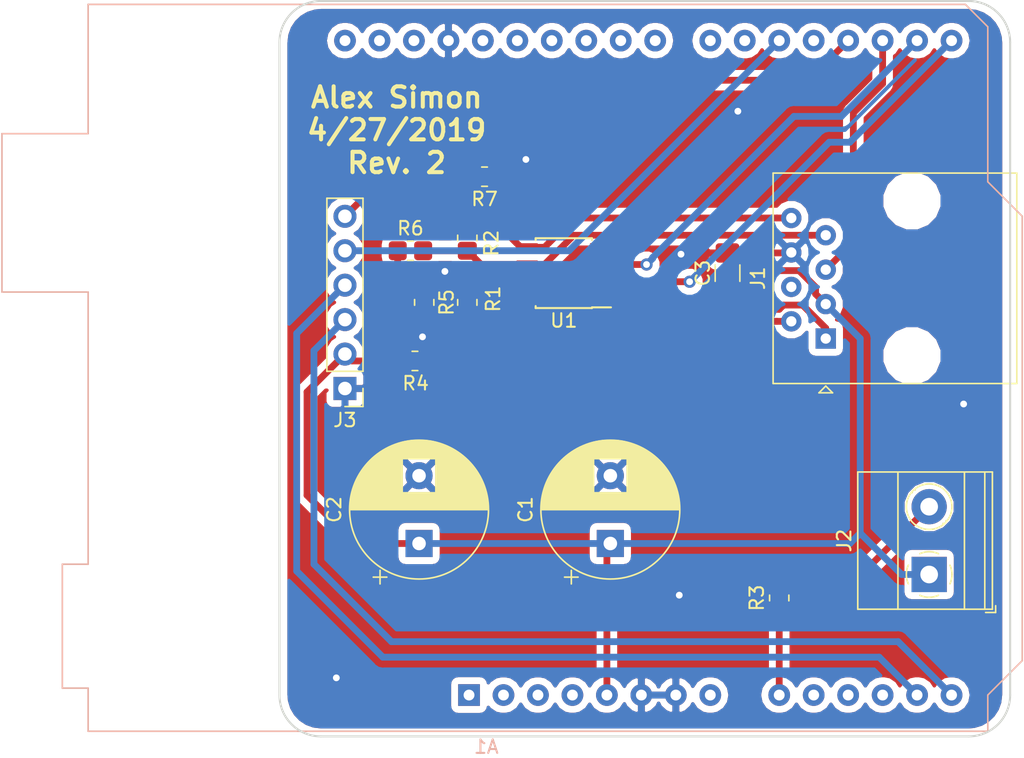
<source format=kicad_pcb>
(kicad_pcb (version 20171130) (host pcbnew 5.0.0-fee4fd1~65~ubuntu17.10.1)

  (general
    (thickness 1.6)
    (drawings 9)
    (tracks 105)
    (zones 0)
    (modules 15)
    (nets 36)
  )

  (page A4)
  (title_block
    (title "Operator Controls")
    (date 2019-03-21)
    (rev 1)
    (company "Loma Incorporated")
  )

  (layers
    (0 F.Cu signal)
    (31 B.Cu signal)
    (32 B.Adhes user)
    (33 F.Adhes user)
    (34 B.Paste user)
    (35 F.Paste user)
    (36 B.SilkS user)
    (37 F.SilkS user)
    (38 B.Mask user)
    (39 F.Mask user)
    (40 Dwgs.User user)
    (41 Cmts.User user)
    (42 Eco1.User user)
    (43 Eco2.User user)
    (44 Edge.Cuts user)
    (45 Margin user)
    (46 B.CrtYd user hide)
    (47 F.CrtYd user hide)
    (48 B.Fab user hide)
    (49 F.Fab user hide)
  )

  (setup
    (last_trace_width 0.5)
    (trace_clearance 0.2)
    (zone_clearance 0.508)
    (zone_45_only no)
    (trace_min 0.2)
    (segment_width 0.2)
    (edge_width 0.15)
    (via_size 0.9)
    (via_drill 0.5)
    (via_min_size 0.4)
    (via_min_drill 0.3)
    (uvia_size 0.3)
    (uvia_drill 0.1)
    (uvias_allowed no)
    (uvia_min_size 0.2)
    (uvia_min_drill 0.1)
    (pcb_text_width 0.3)
    (pcb_text_size 1.5 1.5)
    (mod_edge_width 0.15)
    (mod_text_size 1 1)
    (mod_text_width 0.15)
    (pad_size 1.524 1.524)
    (pad_drill 0.762)
    (pad_to_mask_clearance 0.2)
    (aux_axis_origin 0 0)
    (visible_elements FFFFFF7F)
    (pcbplotparams
      (layerselection 0x010f0_ffffffff)
      (usegerberextensions true)
      (usegerberattributes false)
      (usegerberadvancedattributes false)
      (creategerberjobfile false)
      (excludeedgelayer true)
      (linewidth 0.100000)
      (plotframeref false)
      (viasonmask false)
      (mode 1)
      (useauxorigin false)
      (hpglpennumber 1)
      (hpglpenspeed 20)
      (hpglpendiameter 15.000000)
      (psnegative false)
      (psa4output false)
      (plotreference true)
      (plotvalue true)
      (plotinvisibletext false)
      (padsonsilk false)
      (subtractmaskfromsilk false)
      (outputformat 1)
      (mirror false)
      (drillshape 0)
      (scaleselection 1)
      (outputdirectory "Gerber/"))
  )

  (net 0 "")
  (net 1 /TransEnable_TTL)
  (net 2 /5v)
  (net 3 /GND)
  (net 4 /A0)
  (net 5 /USART_RX)
  (net 6 /USART_TX)
  (net 7 /-RX)
  (net 8 /+RX)
  (net 9 /+Tx)
  (net 10 /-TX)
  (net 11 /D3)
  (net 12 /D5)
  (net 13 /A4)
  (net 14 /A5)
  (net 15 "Net-(A1-Pad32)")
  (net 16 "Net-(A1-Pad31)")
  (net 17 "Net-(A1-Pad1)")
  (net 18 "Net-(A1-Pad2)")
  (net 19 "Net-(A1-Pad3)")
  (net 20 "Net-(A1-Pad19)")
  (net 21 "Net-(A1-Pad4)")
  (net 22 "Net-(A1-Pad21)")
  (net 23 "Net-(A1-Pad22)")
  (net 24 "Net-(A1-Pad23)")
  (net 25 "Net-(A1-Pad8)")
  (net 26 "Net-(A1-Pad24)")
  (net 27 "Net-(A1-Pad25)")
  (net 28 "Net-(A1-Pad10)")
  (net 29 "Net-(A1-Pad26)")
  (net 30 "Net-(A1-Pad11)")
  (net 31 "Net-(A1-Pad27)")
  (net 32 "Net-(A1-Pad12)")
  (net 33 "Net-(A1-Pad28)")
  (net 34 "Net-(A1-Pad30)")
  (net 35 "Net-(J1-Pad4)")

  (net_class Default "This is the default net class."
    (clearance 0.2)
    (trace_width 0.5)
    (via_dia 0.9)
    (via_drill 0.5)
    (uvia_dia 0.3)
    (uvia_drill 0.1)
    (add_net /+RX)
    (add_net /+Tx)
    (add_net /-RX)
    (add_net /-TX)
    (add_net /5v)
    (add_net /A0)
    (add_net /A4)
    (add_net /A5)
    (add_net /D3)
    (add_net /D5)
    (add_net /GND)
    (add_net /TransEnable_TTL)
    (add_net /USART_RX)
    (add_net /USART_TX)
    (add_net "Net-(A1-Pad1)")
    (add_net "Net-(A1-Pad10)")
    (add_net "Net-(A1-Pad11)")
    (add_net "Net-(A1-Pad12)")
    (add_net "Net-(A1-Pad19)")
    (add_net "Net-(A1-Pad2)")
    (add_net "Net-(A1-Pad21)")
    (add_net "Net-(A1-Pad22)")
    (add_net "Net-(A1-Pad23)")
    (add_net "Net-(A1-Pad24)")
    (add_net "Net-(A1-Pad25)")
    (add_net "Net-(A1-Pad26)")
    (add_net "Net-(A1-Pad27)")
    (add_net "Net-(A1-Pad28)")
    (add_net "Net-(A1-Pad3)")
    (add_net "Net-(A1-Pad30)")
    (add_net "Net-(A1-Pad31)")
    (add_net "Net-(A1-Pad32)")
    (add_net "Net-(A1-Pad4)")
    (add_net "Net-(A1-Pad8)")
    (add_net "Net-(J1-Pad4)")
  )

  (module Resistor_SMD:R_0805_2012Metric_Pad1.33x1.40mm_HandSolder (layer F.Cu) (tedit 5B20DC38) (tstamp 5CD0AFCD)
    (at 148.463 63.246)
    (descr "Resistor SMD 0805 (2012 Metric), square (rectangular) end terminal, IPC_7351 nominal with elongated pad for handsoldering. (Body size source: http://www.tortai-tech.com/upload/download/2011102023233369053.pdf), generated with kicad-footprint-generator")
    (tags "resistor handsolder")
    (path /5CC4DBFB)
    (attr smd)
    (fp_text reference R7 (at 0 1.651) (layer F.SilkS)
      (effects (font (size 1 1) (thickness 0.15)))
    )
    (fp_text value 680 (at 0 1.65) (layer F.Fab)
      (effects (font (size 1 1) (thickness 0.15)))
    )
    (fp_text user %R (at 0 0) (layer F.Fab)
      (effects (font (size 0.5 0.5) (thickness 0.08)))
    )
    (fp_line (start 1.85 0.95) (end -1.85 0.95) (layer F.CrtYd) (width 0.05))
    (fp_line (start 1.85 -0.95) (end 1.85 0.95) (layer F.CrtYd) (width 0.05))
    (fp_line (start -1.85 -0.95) (end 1.85 -0.95) (layer F.CrtYd) (width 0.05))
    (fp_line (start -1.85 0.95) (end -1.85 -0.95) (layer F.CrtYd) (width 0.05))
    (fp_line (start -0.207983 0.71) (end 0.207983 0.71) (layer F.SilkS) (width 0.12))
    (fp_line (start -0.207983 -0.71) (end 0.207983 -0.71) (layer F.SilkS) (width 0.12))
    (fp_line (start 1 0.6) (end -1 0.6) (layer F.Fab) (width 0.1))
    (fp_line (start 1 -0.6) (end 1 0.6) (layer F.Fab) (width 0.1))
    (fp_line (start -1 -0.6) (end 1 -0.6) (layer F.Fab) (width 0.1))
    (fp_line (start -1 0.6) (end -1 -0.6) (layer F.Fab) (width 0.1))
    (pad 2 smd roundrect (at 0.9375 0) (size 1.325 1.4) (layers F.Cu F.Paste F.Mask) (roundrect_rratio 0.188679)
      (net 3 /GND))
    (pad 1 smd roundrect (at -0.9375 0) (size 1.325 1.4) (layers F.Cu F.Paste F.Mask) (roundrect_rratio 0.188679)
      (net 10 /-TX))
    (model ${KISYS3DMOD}/Resistor_SMD.3dshapes/R_0805_2012Metric.wrl
      (at (xyz 0 0 0))
      (scale (xyz 1 1 1))
      (rotate (xyz 0 0 0))
    )
  )

  (module Resistor_SMD:R_0805_2012Metric_Pad1.33x1.40mm_HandSolder (layer F.Cu) (tedit 5B20DC38) (tstamp 5CD0AA69)
    (at 143.002 68.707)
    (descr "Resistor SMD 0805 (2012 Metric), square (rectangular) end terminal, IPC_7351 nominal with elongated pad for handsoldering. (Body size source: http://www.tortai-tech.com/upload/download/2011102023233369053.pdf), generated with kicad-footprint-generator")
    (tags "resistor handsolder")
    (path /5CC4DBB7)
    (attr smd)
    (fp_text reference R6 (at 0 -1.65) (layer F.SilkS)
      (effects (font (size 1 1) (thickness 0.15)))
    )
    (fp_text value 680 (at 0 1.65) (layer F.Fab)
      (effects (font (size 1 1) (thickness 0.15)))
    )
    (fp_line (start -1 0.6) (end -1 -0.6) (layer F.Fab) (width 0.1))
    (fp_line (start -1 -0.6) (end 1 -0.6) (layer F.Fab) (width 0.1))
    (fp_line (start 1 -0.6) (end 1 0.6) (layer F.Fab) (width 0.1))
    (fp_line (start 1 0.6) (end -1 0.6) (layer F.Fab) (width 0.1))
    (fp_line (start -0.207983 -0.71) (end 0.207983 -0.71) (layer F.SilkS) (width 0.12))
    (fp_line (start -0.207983 0.71) (end 0.207983 0.71) (layer F.SilkS) (width 0.12))
    (fp_line (start -1.85 0.95) (end -1.85 -0.95) (layer F.CrtYd) (width 0.05))
    (fp_line (start -1.85 -0.95) (end 1.85 -0.95) (layer F.CrtYd) (width 0.05))
    (fp_line (start 1.85 -0.95) (end 1.85 0.95) (layer F.CrtYd) (width 0.05))
    (fp_line (start 1.85 0.95) (end -1.85 0.95) (layer F.CrtYd) (width 0.05))
    (fp_text user %R (at 0 0) (layer F.Fab)
      (effects (font (size 0.5 0.5) (thickness 0.08)))
    )
    (pad 1 smd roundrect (at -0.9375 0) (size 1.325 1.4) (layers F.Cu F.Paste F.Mask) (roundrect_rratio 0.188679)
      (net 2 /5v))
    (pad 2 smd roundrect (at 0.9375 0) (size 1.325 1.4) (layers F.Cu F.Paste F.Mask) (roundrect_rratio 0.188679)
      (net 9 /+Tx))
    (model ${KISYS3DMOD}/Resistor_SMD.3dshapes/R_0805_2012Metric.wrl
      (at (xyz 0 0 0))
      (scale (xyz 1 1 1))
      (rotate (xyz 0 0 0))
    )
  )

  (module Resistor_SMD:R_0805_2012Metric_Pad1.33x1.40mm_HandSolder (layer F.Cu) (tedit 5B20DC38) (tstamp 5CD0B24A)
    (at 144.018 72.517 270)
    (descr "Resistor SMD 0805 (2012 Metric), square (rectangular) end terminal, IPC_7351 nominal with elongated pad for handsoldering. (Body size source: http://www.tortai-tech.com/upload/download/2011102023233369053.pdf), generated with kicad-footprint-generator")
    (tags "resistor handsolder")
    (path /5CC4DB71)
    (attr smd)
    (fp_text reference R5 (at 0 -1.65 270) (layer F.SilkS)
      (effects (font (size 1 1) (thickness 0.15)))
    )
    (fp_text value 680 (at 0 1.65 270) (layer F.Fab)
      (effects (font (size 1 1) (thickness 0.15)))
    )
    (fp_text user %R (at 0 0 270) (layer F.Fab)
      (effects (font (size 0.5 0.5) (thickness 0.08)))
    )
    (fp_line (start 1.85 0.95) (end -1.85 0.95) (layer F.CrtYd) (width 0.05))
    (fp_line (start 1.85 -0.95) (end 1.85 0.95) (layer F.CrtYd) (width 0.05))
    (fp_line (start -1.85 -0.95) (end 1.85 -0.95) (layer F.CrtYd) (width 0.05))
    (fp_line (start -1.85 0.95) (end -1.85 -0.95) (layer F.CrtYd) (width 0.05))
    (fp_line (start -0.207983 0.71) (end 0.207983 0.71) (layer F.SilkS) (width 0.12))
    (fp_line (start -0.207983 -0.71) (end 0.207983 -0.71) (layer F.SilkS) (width 0.12))
    (fp_line (start 1 0.6) (end -1 0.6) (layer F.Fab) (width 0.1))
    (fp_line (start 1 -0.6) (end 1 0.6) (layer F.Fab) (width 0.1))
    (fp_line (start -1 -0.6) (end 1 -0.6) (layer F.Fab) (width 0.1))
    (fp_line (start -1 0.6) (end -1 -0.6) (layer F.Fab) (width 0.1))
    (pad 2 smd roundrect (at 0.9375 0 270) (size 1.325 1.4) (layers F.Cu F.Paste F.Mask) (roundrect_rratio 0.188679)
      (net 3 /GND))
    (pad 1 smd roundrect (at -0.9375 0 270) (size 1.325 1.4) (layers F.Cu F.Paste F.Mask) (roundrect_rratio 0.188679)
      (net 7 /-RX))
    (model ${KISYS3DMOD}/Resistor_SMD.3dshapes/R_0805_2012Metric.wrl
      (at (xyz 0 0 0))
      (scale (xyz 1 1 1))
      (rotate (xyz 0 0 0))
    )
  )

  (module Resistor_SMD:R_0805_2012Metric_Pad1.33x1.40mm_HandSolder (layer F.Cu) (tedit 5B20DC38) (tstamp 5CD0AA47)
    (at 143.3345 76.835)
    (descr "Resistor SMD 0805 (2012 Metric), square (rectangular) end terminal, IPC_7351 nominal with elongated pad for handsoldering. (Body size source: http://www.tortai-tech.com/upload/download/2011102023233369053.pdf), generated with kicad-footprint-generator")
    (tags "resistor handsolder")
    (path /5CC4DAB3)
    (attr smd)
    (fp_text reference R4 (at 0.0485 1.651) (layer F.SilkS)
      (effects (font (size 1 1) (thickness 0.15)))
    )
    (fp_text value 680 (at 0 1.65) (layer F.Fab)
      (effects (font (size 1 1) (thickness 0.15)))
    )
    (fp_line (start -1 0.6) (end -1 -0.6) (layer F.Fab) (width 0.1))
    (fp_line (start -1 -0.6) (end 1 -0.6) (layer F.Fab) (width 0.1))
    (fp_line (start 1 -0.6) (end 1 0.6) (layer F.Fab) (width 0.1))
    (fp_line (start 1 0.6) (end -1 0.6) (layer F.Fab) (width 0.1))
    (fp_line (start -0.207983 -0.71) (end 0.207983 -0.71) (layer F.SilkS) (width 0.12))
    (fp_line (start -0.207983 0.71) (end 0.207983 0.71) (layer F.SilkS) (width 0.12))
    (fp_line (start -1.85 0.95) (end -1.85 -0.95) (layer F.CrtYd) (width 0.05))
    (fp_line (start -1.85 -0.95) (end 1.85 -0.95) (layer F.CrtYd) (width 0.05))
    (fp_line (start 1.85 -0.95) (end 1.85 0.95) (layer F.CrtYd) (width 0.05))
    (fp_line (start 1.85 0.95) (end -1.85 0.95) (layer F.CrtYd) (width 0.05))
    (fp_text user %R (at 0 0) (layer F.Fab)
      (effects (font (size 0.5 0.5) (thickness 0.08)))
    )
    (pad 1 smd roundrect (at -0.9375 0) (size 1.325 1.4) (layers F.Cu F.Paste F.Mask) (roundrect_rratio 0.188679)
      (net 2 /5v))
    (pad 2 smd roundrect (at 0.9375 0) (size 1.325 1.4) (layers F.Cu F.Paste F.Mask) (roundrect_rratio 0.188679)
      (net 8 /+RX))
    (model ${KISYS3DMOD}/Resistor_SMD.3dshapes/R_0805_2012Metric.wrl
      (at (xyz 0 0 0))
      (scale (xyz 1 1 1))
      (rotate (xyz 0 0 0))
    )
  )

  (module Module:Arduino_UNO_R3 (layer B.Cu) (tedit 58AB60FC) (tstamp 5CC2B4C2)
    (at 147.32 101.473)
    (descr "Arduino UNO R3, http://www.mouser.com/pdfdocs/Gravitech_Arduino_Nano3_0.pdf")
    (tags "Arduino UNO R3")
    (path /5C92F5C8)
    (fp_text reference A1 (at 1.27 3.81 -180) (layer B.SilkS)
      (effects (font (size 1 1) (thickness 0.15)) (justify mirror))
    )
    (fp_text value Arduino_UNO_R3 (at 0 -22.86) (layer B.Fab)
      (effects (font (size 1 1) (thickness 0.15)) (justify mirror))
    )
    (fp_text user %R (at 0 -20.32 -180) (layer B.Fab)
      (effects (font (size 1 1) (thickness 0.15)) (justify mirror))
    )
    (fp_line (start 38.35 2.79) (end 38.35 0) (layer B.CrtYd) (width 0.05))
    (fp_line (start 38.35 0) (end 40.89 -2.54) (layer B.CrtYd) (width 0.05))
    (fp_line (start 40.89 -2.54) (end 40.89 -35.31) (layer B.CrtYd) (width 0.05))
    (fp_line (start 40.89 -35.31) (end 38.35 -37.85) (layer B.CrtYd) (width 0.05))
    (fp_line (start 38.35 -37.85) (end 38.35 -49.28) (layer B.CrtYd) (width 0.05))
    (fp_line (start 38.35 -49.28) (end 36.58 -51.05) (layer B.CrtYd) (width 0.05))
    (fp_line (start 36.58 -51.05) (end -28.19 -51.05) (layer B.CrtYd) (width 0.05))
    (fp_line (start -28.19 -51.05) (end -28.19 -41.53) (layer B.CrtYd) (width 0.05))
    (fp_line (start -28.19 -41.53) (end -34.54 -41.53) (layer B.CrtYd) (width 0.05))
    (fp_line (start -34.54 -41.53) (end -34.54 -29.59) (layer B.CrtYd) (width 0.05))
    (fp_line (start -34.54 -29.59) (end -28.19 -29.59) (layer B.CrtYd) (width 0.05))
    (fp_line (start -28.19 -29.59) (end -28.19 -9.78) (layer B.CrtYd) (width 0.05))
    (fp_line (start -28.19 -9.78) (end -30.1 -9.78) (layer B.CrtYd) (width 0.05))
    (fp_line (start -30.1 -9.78) (end -30.1 -0.38) (layer B.CrtYd) (width 0.05))
    (fp_line (start -30.1 -0.38) (end -28.19 -0.38) (layer B.CrtYd) (width 0.05))
    (fp_line (start -28.19 -0.38) (end -28.19 2.79) (layer B.CrtYd) (width 0.05))
    (fp_line (start -28.19 2.79) (end 38.35 2.79) (layer B.CrtYd) (width 0.05))
    (fp_line (start 40.77 -35.31) (end 40.77 -2.54) (layer B.SilkS) (width 0.12))
    (fp_line (start 40.77 -2.54) (end 38.23 0) (layer B.SilkS) (width 0.12))
    (fp_line (start 38.23 0) (end 38.23 2.67) (layer B.SilkS) (width 0.12))
    (fp_line (start 38.23 2.67) (end -28.07 2.67) (layer B.SilkS) (width 0.12))
    (fp_line (start -28.07 2.67) (end -28.07 -0.51) (layer B.SilkS) (width 0.12))
    (fp_line (start -28.07 -0.51) (end -29.97 -0.51) (layer B.SilkS) (width 0.12))
    (fp_line (start -29.97 -0.51) (end -29.97 -9.65) (layer B.SilkS) (width 0.12))
    (fp_line (start -29.97 -9.65) (end -28.07 -9.65) (layer B.SilkS) (width 0.12))
    (fp_line (start -28.07 -9.65) (end -28.07 -29.72) (layer B.SilkS) (width 0.12))
    (fp_line (start -28.07 -29.72) (end -34.42 -29.72) (layer B.SilkS) (width 0.12))
    (fp_line (start -34.42 -29.72) (end -34.42 -41.4) (layer B.SilkS) (width 0.12))
    (fp_line (start -34.42 -41.4) (end -28.07 -41.4) (layer B.SilkS) (width 0.12))
    (fp_line (start -28.07 -41.4) (end -28.07 -50.93) (layer B.SilkS) (width 0.12))
    (fp_line (start -28.07 -50.93) (end 36.58 -50.93) (layer B.SilkS) (width 0.12))
    (fp_line (start 36.58 -50.93) (end 38.23 -49.28) (layer B.SilkS) (width 0.12))
    (fp_line (start 38.23 -49.28) (end 38.23 -37.85) (layer B.SilkS) (width 0.12))
    (fp_line (start 38.23 -37.85) (end 40.77 -35.31) (layer B.SilkS) (width 0.12))
    (fp_line (start -34.29 -29.84) (end -18.41 -29.84) (layer B.Fab) (width 0.1))
    (fp_line (start -18.41 -29.84) (end -18.41 -41.27) (layer B.Fab) (width 0.1))
    (fp_line (start -18.41 -41.27) (end -34.29 -41.27) (layer B.Fab) (width 0.1))
    (fp_line (start -34.29 -41.27) (end -34.29 -29.84) (layer B.Fab) (width 0.1))
    (fp_line (start -29.84 -0.64) (end -16.51 -0.64) (layer B.Fab) (width 0.1))
    (fp_line (start -16.51 -0.64) (end -16.51 -9.53) (layer B.Fab) (width 0.1))
    (fp_line (start -16.51 -9.53) (end -29.84 -9.53) (layer B.Fab) (width 0.1))
    (fp_line (start -29.84 -9.53) (end -29.84 -0.64) (layer B.Fab) (width 0.1))
    (fp_line (start 38.1 -37.85) (end 38.1 -49.28) (layer B.Fab) (width 0.1))
    (fp_line (start 40.64 -2.54) (end 40.64 -35.31) (layer B.Fab) (width 0.1))
    (fp_line (start 40.64 -35.31) (end 38.1 -37.85) (layer B.Fab) (width 0.1))
    (fp_line (start 38.1 2.54) (end 38.1 0) (layer B.Fab) (width 0.1))
    (fp_line (start 38.1 0) (end 40.64 -2.54) (layer B.Fab) (width 0.1))
    (fp_line (start 38.1 -49.28) (end 36.58 -50.8) (layer B.Fab) (width 0.1))
    (fp_line (start 36.58 -50.8) (end -27.94 -50.8) (layer B.Fab) (width 0.1))
    (fp_line (start -27.94 -50.8) (end -27.94 2.54) (layer B.Fab) (width 0.1))
    (fp_line (start -27.94 2.54) (end 38.1 2.54) (layer B.Fab) (width 0.1))
    (pad 32 thru_hole oval (at -9.14 -48.26 270) (size 1.6 1.6) (drill 0.8) (layers *.Cu *.Mask)
      (net 15 "Net-(A1-Pad32)"))
    (pad 31 thru_hole oval (at -6.6 -48.26 270) (size 1.6 1.6) (drill 0.8) (layers *.Cu *.Mask)
      (net 16 "Net-(A1-Pad31)"))
    (pad 1 thru_hole rect (at 0 0 270) (size 1.6 1.6) (drill 0.8) (layers *.Cu *.Mask)
      (net 17 "Net-(A1-Pad1)"))
    (pad 17 thru_hole oval (at 30.48 -48.26 270) (size 1.6 1.6) (drill 0.8) (layers *.Cu *.Mask)
      (net 1 /TransEnable_TTL))
    (pad 2 thru_hole oval (at 2.54 0 270) (size 1.6 1.6) (drill 0.8) (layers *.Cu *.Mask)
      (net 18 "Net-(A1-Pad2)"))
    (pad 18 thru_hole oval (at 27.94 -48.26 270) (size 1.6 1.6) (drill 0.8) (layers *.Cu *.Mask)
      (net 11 /D3))
    (pad 3 thru_hole oval (at 5.08 0 270) (size 1.6 1.6) (drill 0.8) (layers *.Cu *.Mask)
      (net 19 "Net-(A1-Pad3)"))
    (pad 19 thru_hole oval (at 25.4 -48.26 270) (size 1.6 1.6) (drill 0.8) (layers *.Cu *.Mask)
      (net 20 "Net-(A1-Pad19)"))
    (pad 4 thru_hole oval (at 7.62 0 270) (size 1.6 1.6) (drill 0.8) (layers *.Cu *.Mask)
      (net 21 "Net-(A1-Pad4)"))
    (pad 20 thru_hole oval (at 22.86 -48.26 270) (size 1.6 1.6) (drill 0.8) (layers *.Cu *.Mask)
      (net 12 /D5))
    (pad 5 thru_hole oval (at 10.16 0 270) (size 1.6 1.6) (drill 0.8) (layers *.Cu *.Mask)
      (net 2 /5v))
    (pad 21 thru_hole oval (at 20.32 -48.26 270) (size 1.6 1.6) (drill 0.8) (layers *.Cu *.Mask)
      (net 22 "Net-(A1-Pad21)"))
    (pad 6 thru_hole oval (at 12.7 0 270) (size 1.6 1.6) (drill 0.8) (layers *.Cu *.Mask)
      (net 3 /GND))
    (pad 22 thru_hole oval (at 17.78 -48.26 270) (size 1.6 1.6) (drill 0.8) (layers *.Cu *.Mask)
      (net 23 "Net-(A1-Pad22)"))
    (pad 7 thru_hole oval (at 15.24 0 270) (size 1.6 1.6) (drill 0.8) (layers *.Cu *.Mask)
      (net 3 /GND))
    (pad 23 thru_hole oval (at 13.72 -48.26 270) (size 1.6 1.6) (drill 0.8) (layers *.Cu *.Mask)
      (net 24 "Net-(A1-Pad23)"))
    (pad 8 thru_hole oval (at 17.78 0 270) (size 1.6 1.6) (drill 0.8) (layers *.Cu *.Mask)
      (net 25 "Net-(A1-Pad8)"))
    (pad 24 thru_hole oval (at 11.18 -48.26 270) (size 1.6 1.6) (drill 0.8) (layers *.Cu *.Mask)
      (net 26 "Net-(A1-Pad24)"))
    (pad 9 thru_hole oval (at 22.86 0 270) (size 1.6 1.6) (drill 0.8) (layers *.Cu *.Mask)
      (net 4 /A0))
    (pad 25 thru_hole oval (at 8.64 -48.26 270) (size 1.6 1.6) (drill 0.8) (layers *.Cu *.Mask)
      (net 27 "Net-(A1-Pad25)"))
    (pad 10 thru_hole oval (at 25.4 0 270) (size 1.6 1.6) (drill 0.8) (layers *.Cu *.Mask)
      (net 28 "Net-(A1-Pad10)"))
    (pad 26 thru_hole oval (at 6.1 -48.26 270) (size 1.6 1.6) (drill 0.8) (layers *.Cu *.Mask)
      (net 29 "Net-(A1-Pad26)"))
    (pad 11 thru_hole oval (at 27.94 0 270) (size 1.6 1.6) (drill 0.8) (layers *.Cu *.Mask)
      (net 30 "Net-(A1-Pad11)"))
    (pad 27 thru_hole oval (at 3.56 -48.26 270) (size 1.6 1.6) (drill 0.8) (layers *.Cu *.Mask)
      (net 31 "Net-(A1-Pad27)"))
    (pad 12 thru_hole oval (at 30.48 0 270) (size 1.6 1.6) (drill 0.8) (layers *.Cu *.Mask)
      (net 32 "Net-(A1-Pad12)"))
    (pad 28 thru_hole oval (at 1.02 -48.26 270) (size 1.6 1.6) (drill 0.8) (layers *.Cu *.Mask)
      (net 33 "Net-(A1-Pad28)"))
    (pad 13 thru_hole oval (at 33.02 0 270) (size 1.6 1.6) (drill 0.8) (layers *.Cu *.Mask)
      (net 13 /A4))
    (pad 29 thru_hole oval (at -1.52 -48.26 270) (size 1.6 1.6) (drill 0.8) (layers *.Cu *.Mask)
      (net 3 /GND))
    (pad 14 thru_hole oval (at 35.56 0 270) (size 1.6 1.6) (drill 0.8) (layers *.Cu *.Mask)
      (net 14 /A5))
    (pad 30 thru_hole oval (at -4.06 -48.26 270) (size 1.6 1.6) (drill 0.8) (layers *.Cu *.Mask)
      (net 34 "Net-(A1-Pad30)"))
    (pad 15 thru_hole oval (at 35.56 -48.26 270) (size 1.6 1.6) (drill 0.8) (layers *.Cu *.Mask)
      (net 5 /USART_RX))
    (pad 16 thru_hole oval (at 33.02 -48.26 270) (size 1.6 1.6) (drill 0.8) (layers *.Cu *.Mask)
      (net 6 /USART_TX))
    (model ${KISYS3DMOD}/Module.3dshapes/Arduino_UNO_R3.wrl
      (at (xyz 0 0 0))
      (scale (xyz 1 1 1))
      (rotate (xyz 0 0 0))
    )
  )

  (module Capacitor_THT:CP_Radial_D10.0mm_P5.00mm (layer F.Cu) (tedit 5AE50EF1) (tstamp 5CA14123)
    (at 157.734 90.297 90)
    (descr "CP, Radial series, Radial, pin pitch=5.00mm, , diameter=10mm, Electrolytic Capacitor")
    (tags "CP Radial series Radial pin pitch 5.00mm  diameter 10mm Electrolytic Capacitor")
    (path /5C9309D6)
    (fp_text reference C1 (at 2.5 -6.25 90) (layer F.SilkS)
      (effects (font (size 1 1) (thickness 0.15)))
    )
    (fp_text value 100uF (at 2.5 6.25 90) (layer F.Fab)
      (effects (font (size 1 1) (thickness 0.15)))
    )
    (fp_circle (center 2.5 0) (end 7.5 0) (layer F.Fab) (width 0.1))
    (fp_circle (center 2.5 0) (end 7.62 0) (layer F.SilkS) (width 0.12))
    (fp_circle (center 2.5 0) (end 7.75 0) (layer F.CrtYd) (width 0.05))
    (fp_line (start -1.788861 -2.1875) (end -0.788861 -2.1875) (layer F.Fab) (width 0.1))
    (fp_line (start -1.288861 -2.6875) (end -1.288861 -1.6875) (layer F.Fab) (width 0.1))
    (fp_line (start 2.5 -5.08) (end 2.5 5.08) (layer F.SilkS) (width 0.12))
    (fp_line (start 2.54 -5.08) (end 2.54 5.08) (layer F.SilkS) (width 0.12))
    (fp_line (start 2.58 -5.08) (end 2.58 5.08) (layer F.SilkS) (width 0.12))
    (fp_line (start 2.62 -5.079) (end 2.62 5.079) (layer F.SilkS) (width 0.12))
    (fp_line (start 2.66 -5.078) (end 2.66 5.078) (layer F.SilkS) (width 0.12))
    (fp_line (start 2.7 -5.077) (end 2.7 5.077) (layer F.SilkS) (width 0.12))
    (fp_line (start 2.74 -5.075) (end 2.74 5.075) (layer F.SilkS) (width 0.12))
    (fp_line (start 2.78 -5.073) (end 2.78 5.073) (layer F.SilkS) (width 0.12))
    (fp_line (start 2.82 -5.07) (end 2.82 5.07) (layer F.SilkS) (width 0.12))
    (fp_line (start 2.86 -5.068) (end 2.86 5.068) (layer F.SilkS) (width 0.12))
    (fp_line (start 2.9 -5.065) (end 2.9 5.065) (layer F.SilkS) (width 0.12))
    (fp_line (start 2.94 -5.062) (end 2.94 5.062) (layer F.SilkS) (width 0.12))
    (fp_line (start 2.98 -5.058) (end 2.98 5.058) (layer F.SilkS) (width 0.12))
    (fp_line (start 3.02 -5.054) (end 3.02 5.054) (layer F.SilkS) (width 0.12))
    (fp_line (start 3.06 -5.05) (end 3.06 5.05) (layer F.SilkS) (width 0.12))
    (fp_line (start 3.1 -5.045) (end 3.1 5.045) (layer F.SilkS) (width 0.12))
    (fp_line (start 3.14 -5.04) (end 3.14 5.04) (layer F.SilkS) (width 0.12))
    (fp_line (start 3.18 -5.035) (end 3.18 5.035) (layer F.SilkS) (width 0.12))
    (fp_line (start 3.221 -5.03) (end 3.221 5.03) (layer F.SilkS) (width 0.12))
    (fp_line (start 3.261 -5.024) (end 3.261 5.024) (layer F.SilkS) (width 0.12))
    (fp_line (start 3.301 -5.018) (end 3.301 5.018) (layer F.SilkS) (width 0.12))
    (fp_line (start 3.341 -5.011) (end 3.341 5.011) (layer F.SilkS) (width 0.12))
    (fp_line (start 3.381 -5.004) (end 3.381 5.004) (layer F.SilkS) (width 0.12))
    (fp_line (start 3.421 -4.997) (end 3.421 4.997) (layer F.SilkS) (width 0.12))
    (fp_line (start 3.461 -4.99) (end 3.461 4.99) (layer F.SilkS) (width 0.12))
    (fp_line (start 3.501 -4.982) (end 3.501 4.982) (layer F.SilkS) (width 0.12))
    (fp_line (start 3.541 -4.974) (end 3.541 4.974) (layer F.SilkS) (width 0.12))
    (fp_line (start 3.581 -4.965) (end 3.581 4.965) (layer F.SilkS) (width 0.12))
    (fp_line (start 3.621 -4.956) (end 3.621 4.956) (layer F.SilkS) (width 0.12))
    (fp_line (start 3.661 -4.947) (end 3.661 4.947) (layer F.SilkS) (width 0.12))
    (fp_line (start 3.701 -4.938) (end 3.701 4.938) (layer F.SilkS) (width 0.12))
    (fp_line (start 3.741 -4.928) (end 3.741 4.928) (layer F.SilkS) (width 0.12))
    (fp_line (start 3.781 -4.918) (end 3.781 -1.241) (layer F.SilkS) (width 0.12))
    (fp_line (start 3.781 1.241) (end 3.781 4.918) (layer F.SilkS) (width 0.12))
    (fp_line (start 3.821 -4.907) (end 3.821 -1.241) (layer F.SilkS) (width 0.12))
    (fp_line (start 3.821 1.241) (end 3.821 4.907) (layer F.SilkS) (width 0.12))
    (fp_line (start 3.861 -4.897) (end 3.861 -1.241) (layer F.SilkS) (width 0.12))
    (fp_line (start 3.861 1.241) (end 3.861 4.897) (layer F.SilkS) (width 0.12))
    (fp_line (start 3.901 -4.885) (end 3.901 -1.241) (layer F.SilkS) (width 0.12))
    (fp_line (start 3.901 1.241) (end 3.901 4.885) (layer F.SilkS) (width 0.12))
    (fp_line (start 3.941 -4.874) (end 3.941 -1.241) (layer F.SilkS) (width 0.12))
    (fp_line (start 3.941 1.241) (end 3.941 4.874) (layer F.SilkS) (width 0.12))
    (fp_line (start 3.981 -4.862) (end 3.981 -1.241) (layer F.SilkS) (width 0.12))
    (fp_line (start 3.981 1.241) (end 3.981 4.862) (layer F.SilkS) (width 0.12))
    (fp_line (start 4.021 -4.85) (end 4.021 -1.241) (layer F.SilkS) (width 0.12))
    (fp_line (start 4.021 1.241) (end 4.021 4.85) (layer F.SilkS) (width 0.12))
    (fp_line (start 4.061 -4.837) (end 4.061 -1.241) (layer F.SilkS) (width 0.12))
    (fp_line (start 4.061 1.241) (end 4.061 4.837) (layer F.SilkS) (width 0.12))
    (fp_line (start 4.101 -4.824) (end 4.101 -1.241) (layer F.SilkS) (width 0.12))
    (fp_line (start 4.101 1.241) (end 4.101 4.824) (layer F.SilkS) (width 0.12))
    (fp_line (start 4.141 -4.811) (end 4.141 -1.241) (layer F.SilkS) (width 0.12))
    (fp_line (start 4.141 1.241) (end 4.141 4.811) (layer F.SilkS) (width 0.12))
    (fp_line (start 4.181 -4.797) (end 4.181 -1.241) (layer F.SilkS) (width 0.12))
    (fp_line (start 4.181 1.241) (end 4.181 4.797) (layer F.SilkS) (width 0.12))
    (fp_line (start 4.221 -4.783) (end 4.221 -1.241) (layer F.SilkS) (width 0.12))
    (fp_line (start 4.221 1.241) (end 4.221 4.783) (layer F.SilkS) (width 0.12))
    (fp_line (start 4.261 -4.768) (end 4.261 -1.241) (layer F.SilkS) (width 0.12))
    (fp_line (start 4.261 1.241) (end 4.261 4.768) (layer F.SilkS) (width 0.12))
    (fp_line (start 4.301 -4.754) (end 4.301 -1.241) (layer F.SilkS) (width 0.12))
    (fp_line (start 4.301 1.241) (end 4.301 4.754) (layer F.SilkS) (width 0.12))
    (fp_line (start 4.341 -4.738) (end 4.341 -1.241) (layer F.SilkS) (width 0.12))
    (fp_line (start 4.341 1.241) (end 4.341 4.738) (layer F.SilkS) (width 0.12))
    (fp_line (start 4.381 -4.723) (end 4.381 -1.241) (layer F.SilkS) (width 0.12))
    (fp_line (start 4.381 1.241) (end 4.381 4.723) (layer F.SilkS) (width 0.12))
    (fp_line (start 4.421 -4.707) (end 4.421 -1.241) (layer F.SilkS) (width 0.12))
    (fp_line (start 4.421 1.241) (end 4.421 4.707) (layer F.SilkS) (width 0.12))
    (fp_line (start 4.461 -4.69) (end 4.461 -1.241) (layer F.SilkS) (width 0.12))
    (fp_line (start 4.461 1.241) (end 4.461 4.69) (layer F.SilkS) (width 0.12))
    (fp_line (start 4.501 -4.674) (end 4.501 -1.241) (layer F.SilkS) (width 0.12))
    (fp_line (start 4.501 1.241) (end 4.501 4.674) (layer F.SilkS) (width 0.12))
    (fp_line (start 4.541 -4.657) (end 4.541 -1.241) (layer F.SilkS) (width 0.12))
    (fp_line (start 4.541 1.241) (end 4.541 4.657) (layer F.SilkS) (width 0.12))
    (fp_line (start 4.581 -4.639) (end 4.581 -1.241) (layer F.SilkS) (width 0.12))
    (fp_line (start 4.581 1.241) (end 4.581 4.639) (layer F.SilkS) (width 0.12))
    (fp_line (start 4.621 -4.621) (end 4.621 -1.241) (layer F.SilkS) (width 0.12))
    (fp_line (start 4.621 1.241) (end 4.621 4.621) (layer F.SilkS) (width 0.12))
    (fp_line (start 4.661 -4.603) (end 4.661 -1.241) (layer F.SilkS) (width 0.12))
    (fp_line (start 4.661 1.241) (end 4.661 4.603) (layer F.SilkS) (width 0.12))
    (fp_line (start 4.701 -4.584) (end 4.701 -1.241) (layer F.SilkS) (width 0.12))
    (fp_line (start 4.701 1.241) (end 4.701 4.584) (layer F.SilkS) (width 0.12))
    (fp_line (start 4.741 -4.564) (end 4.741 -1.241) (layer F.SilkS) (width 0.12))
    (fp_line (start 4.741 1.241) (end 4.741 4.564) (layer F.SilkS) (width 0.12))
    (fp_line (start 4.781 -4.545) (end 4.781 -1.241) (layer F.SilkS) (width 0.12))
    (fp_line (start 4.781 1.241) (end 4.781 4.545) (layer F.SilkS) (width 0.12))
    (fp_line (start 4.821 -4.525) (end 4.821 -1.241) (layer F.SilkS) (width 0.12))
    (fp_line (start 4.821 1.241) (end 4.821 4.525) (layer F.SilkS) (width 0.12))
    (fp_line (start 4.861 -4.504) (end 4.861 -1.241) (layer F.SilkS) (width 0.12))
    (fp_line (start 4.861 1.241) (end 4.861 4.504) (layer F.SilkS) (width 0.12))
    (fp_line (start 4.901 -4.483) (end 4.901 -1.241) (layer F.SilkS) (width 0.12))
    (fp_line (start 4.901 1.241) (end 4.901 4.483) (layer F.SilkS) (width 0.12))
    (fp_line (start 4.941 -4.462) (end 4.941 -1.241) (layer F.SilkS) (width 0.12))
    (fp_line (start 4.941 1.241) (end 4.941 4.462) (layer F.SilkS) (width 0.12))
    (fp_line (start 4.981 -4.44) (end 4.981 -1.241) (layer F.SilkS) (width 0.12))
    (fp_line (start 4.981 1.241) (end 4.981 4.44) (layer F.SilkS) (width 0.12))
    (fp_line (start 5.021 -4.417) (end 5.021 -1.241) (layer F.SilkS) (width 0.12))
    (fp_line (start 5.021 1.241) (end 5.021 4.417) (layer F.SilkS) (width 0.12))
    (fp_line (start 5.061 -4.395) (end 5.061 -1.241) (layer F.SilkS) (width 0.12))
    (fp_line (start 5.061 1.241) (end 5.061 4.395) (layer F.SilkS) (width 0.12))
    (fp_line (start 5.101 -4.371) (end 5.101 -1.241) (layer F.SilkS) (width 0.12))
    (fp_line (start 5.101 1.241) (end 5.101 4.371) (layer F.SilkS) (width 0.12))
    (fp_line (start 5.141 -4.347) (end 5.141 -1.241) (layer F.SilkS) (width 0.12))
    (fp_line (start 5.141 1.241) (end 5.141 4.347) (layer F.SilkS) (width 0.12))
    (fp_line (start 5.181 -4.323) (end 5.181 -1.241) (layer F.SilkS) (width 0.12))
    (fp_line (start 5.181 1.241) (end 5.181 4.323) (layer F.SilkS) (width 0.12))
    (fp_line (start 5.221 -4.298) (end 5.221 -1.241) (layer F.SilkS) (width 0.12))
    (fp_line (start 5.221 1.241) (end 5.221 4.298) (layer F.SilkS) (width 0.12))
    (fp_line (start 5.261 -4.273) (end 5.261 -1.241) (layer F.SilkS) (width 0.12))
    (fp_line (start 5.261 1.241) (end 5.261 4.273) (layer F.SilkS) (width 0.12))
    (fp_line (start 5.301 -4.247) (end 5.301 -1.241) (layer F.SilkS) (width 0.12))
    (fp_line (start 5.301 1.241) (end 5.301 4.247) (layer F.SilkS) (width 0.12))
    (fp_line (start 5.341 -4.221) (end 5.341 -1.241) (layer F.SilkS) (width 0.12))
    (fp_line (start 5.341 1.241) (end 5.341 4.221) (layer F.SilkS) (width 0.12))
    (fp_line (start 5.381 -4.194) (end 5.381 -1.241) (layer F.SilkS) (width 0.12))
    (fp_line (start 5.381 1.241) (end 5.381 4.194) (layer F.SilkS) (width 0.12))
    (fp_line (start 5.421 -4.166) (end 5.421 -1.241) (layer F.SilkS) (width 0.12))
    (fp_line (start 5.421 1.241) (end 5.421 4.166) (layer F.SilkS) (width 0.12))
    (fp_line (start 5.461 -4.138) (end 5.461 -1.241) (layer F.SilkS) (width 0.12))
    (fp_line (start 5.461 1.241) (end 5.461 4.138) (layer F.SilkS) (width 0.12))
    (fp_line (start 5.501 -4.11) (end 5.501 -1.241) (layer F.SilkS) (width 0.12))
    (fp_line (start 5.501 1.241) (end 5.501 4.11) (layer F.SilkS) (width 0.12))
    (fp_line (start 5.541 -4.08) (end 5.541 -1.241) (layer F.SilkS) (width 0.12))
    (fp_line (start 5.541 1.241) (end 5.541 4.08) (layer F.SilkS) (width 0.12))
    (fp_line (start 5.581 -4.05) (end 5.581 -1.241) (layer F.SilkS) (width 0.12))
    (fp_line (start 5.581 1.241) (end 5.581 4.05) (layer F.SilkS) (width 0.12))
    (fp_line (start 5.621 -4.02) (end 5.621 -1.241) (layer F.SilkS) (width 0.12))
    (fp_line (start 5.621 1.241) (end 5.621 4.02) (layer F.SilkS) (width 0.12))
    (fp_line (start 5.661 -3.989) (end 5.661 -1.241) (layer F.SilkS) (width 0.12))
    (fp_line (start 5.661 1.241) (end 5.661 3.989) (layer F.SilkS) (width 0.12))
    (fp_line (start 5.701 -3.957) (end 5.701 -1.241) (layer F.SilkS) (width 0.12))
    (fp_line (start 5.701 1.241) (end 5.701 3.957) (layer F.SilkS) (width 0.12))
    (fp_line (start 5.741 -3.925) (end 5.741 -1.241) (layer F.SilkS) (width 0.12))
    (fp_line (start 5.741 1.241) (end 5.741 3.925) (layer F.SilkS) (width 0.12))
    (fp_line (start 5.781 -3.892) (end 5.781 -1.241) (layer F.SilkS) (width 0.12))
    (fp_line (start 5.781 1.241) (end 5.781 3.892) (layer F.SilkS) (width 0.12))
    (fp_line (start 5.821 -3.858) (end 5.821 -1.241) (layer F.SilkS) (width 0.12))
    (fp_line (start 5.821 1.241) (end 5.821 3.858) (layer F.SilkS) (width 0.12))
    (fp_line (start 5.861 -3.824) (end 5.861 -1.241) (layer F.SilkS) (width 0.12))
    (fp_line (start 5.861 1.241) (end 5.861 3.824) (layer F.SilkS) (width 0.12))
    (fp_line (start 5.901 -3.789) (end 5.901 -1.241) (layer F.SilkS) (width 0.12))
    (fp_line (start 5.901 1.241) (end 5.901 3.789) (layer F.SilkS) (width 0.12))
    (fp_line (start 5.941 -3.753) (end 5.941 -1.241) (layer F.SilkS) (width 0.12))
    (fp_line (start 5.941 1.241) (end 5.941 3.753) (layer F.SilkS) (width 0.12))
    (fp_line (start 5.981 -3.716) (end 5.981 -1.241) (layer F.SilkS) (width 0.12))
    (fp_line (start 5.981 1.241) (end 5.981 3.716) (layer F.SilkS) (width 0.12))
    (fp_line (start 6.021 -3.679) (end 6.021 -1.241) (layer F.SilkS) (width 0.12))
    (fp_line (start 6.021 1.241) (end 6.021 3.679) (layer F.SilkS) (width 0.12))
    (fp_line (start 6.061 -3.64) (end 6.061 -1.241) (layer F.SilkS) (width 0.12))
    (fp_line (start 6.061 1.241) (end 6.061 3.64) (layer F.SilkS) (width 0.12))
    (fp_line (start 6.101 -3.601) (end 6.101 -1.241) (layer F.SilkS) (width 0.12))
    (fp_line (start 6.101 1.241) (end 6.101 3.601) (layer F.SilkS) (width 0.12))
    (fp_line (start 6.141 -3.561) (end 6.141 -1.241) (layer F.SilkS) (width 0.12))
    (fp_line (start 6.141 1.241) (end 6.141 3.561) (layer F.SilkS) (width 0.12))
    (fp_line (start 6.181 -3.52) (end 6.181 -1.241) (layer F.SilkS) (width 0.12))
    (fp_line (start 6.181 1.241) (end 6.181 3.52) (layer F.SilkS) (width 0.12))
    (fp_line (start 6.221 -3.478) (end 6.221 -1.241) (layer F.SilkS) (width 0.12))
    (fp_line (start 6.221 1.241) (end 6.221 3.478) (layer F.SilkS) (width 0.12))
    (fp_line (start 6.261 -3.436) (end 6.261 3.436) (layer F.SilkS) (width 0.12))
    (fp_line (start 6.301 -3.392) (end 6.301 3.392) (layer F.SilkS) (width 0.12))
    (fp_line (start 6.341 -3.347) (end 6.341 3.347) (layer F.SilkS) (width 0.12))
    (fp_line (start 6.381 -3.301) (end 6.381 3.301) (layer F.SilkS) (width 0.12))
    (fp_line (start 6.421 -3.254) (end 6.421 3.254) (layer F.SilkS) (width 0.12))
    (fp_line (start 6.461 -3.206) (end 6.461 3.206) (layer F.SilkS) (width 0.12))
    (fp_line (start 6.501 -3.156) (end 6.501 3.156) (layer F.SilkS) (width 0.12))
    (fp_line (start 6.541 -3.106) (end 6.541 3.106) (layer F.SilkS) (width 0.12))
    (fp_line (start 6.581 -3.054) (end 6.581 3.054) (layer F.SilkS) (width 0.12))
    (fp_line (start 6.621 -3) (end 6.621 3) (layer F.SilkS) (width 0.12))
    (fp_line (start 6.661 -2.945) (end 6.661 2.945) (layer F.SilkS) (width 0.12))
    (fp_line (start 6.701 -2.889) (end 6.701 2.889) (layer F.SilkS) (width 0.12))
    (fp_line (start 6.741 -2.83) (end 6.741 2.83) (layer F.SilkS) (width 0.12))
    (fp_line (start 6.781 -2.77) (end 6.781 2.77) (layer F.SilkS) (width 0.12))
    (fp_line (start 6.821 -2.709) (end 6.821 2.709) (layer F.SilkS) (width 0.12))
    (fp_line (start 6.861 -2.645) (end 6.861 2.645) (layer F.SilkS) (width 0.12))
    (fp_line (start 6.901 -2.579) (end 6.901 2.579) (layer F.SilkS) (width 0.12))
    (fp_line (start 6.941 -2.51) (end 6.941 2.51) (layer F.SilkS) (width 0.12))
    (fp_line (start 6.981 -2.439) (end 6.981 2.439) (layer F.SilkS) (width 0.12))
    (fp_line (start 7.021 -2.365) (end 7.021 2.365) (layer F.SilkS) (width 0.12))
    (fp_line (start 7.061 -2.289) (end 7.061 2.289) (layer F.SilkS) (width 0.12))
    (fp_line (start 7.101 -2.209) (end 7.101 2.209) (layer F.SilkS) (width 0.12))
    (fp_line (start 7.141 -2.125) (end 7.141 2.125) (layer F.SilkS) (width 0.12))
    (fp_line (start 7.181 -2.037) (end 7.181 2.037) (layer F.SilkS) (width 0.12))
    (fp_line (start 7.221 -1.944) (end 7.221 1.944) (layer F.SilkS) (width 0.12))
    (fp_line (start 7.261 -1.846) (end 7.261 1.846) (layer F.SilkS) (width 0.12))
    (fp_line (start 7.301 -1.742) (end 7.301 1.742) (layer F.SilkS) (width 0.12))
    (fp_line (start 7.341 -1.63) (end 7.341 1.63) (layer F.SilkS) (width 0.12))
    (fp_line (start 7.381 -1.51) (end 7.381 1.51) (layer F.SilkS) (width 0.12))
    (fp_line (start 7.421 -1.378) (end 7.421 1.378) (layer F.SilkS) (width 0.12))
    (fp_line (start 7.461 -1.23) (end 7.461 1.23) (layer F.SilkS) (width 0.12))
    (fp_line (start 7.501 -1.062) (end 7.501 1.062) (layer F.SilkS) (width 0.12))
    (fp_line (start 7.541 -0.862) (end 7.541 0.862) (layer F.SilkS) (width 0.12))
    (fp_line (start 7.581 -0.599) (end 7.581 0.599) (layer F.SilkS) (width 0.12))
    (fp_line (start -2.979646 -2.875) (end -1.979646 -2.875) (layer F.SilkS) (width 0.12))
    (fp_line (start -2.479646 -3.375) (end -2.479646 -2.375) (layer F.SilkS) (width 0.12))
    (fp_text user %R (at 2.5 0 90) (layer F.Fab)
      (effects (font (size 1 1) (thickness 0.15)))
    )
    (pad 1 thru_hole rect (at 0 0 90) (size 2 2) (drill 1) (layers *.Cu *.Mask)
      (net 2 /5v))
    (pad 2 thru_hole circle (at 5 0 90) (size 2 2) (drill 1) (layers *.Cu *.Mask)
      (net 3 /GND))
    (model ${KISYS3DMOD}/Capacitor_THT.3dshapes/CP_Radial_D10.0mm_P5.00mm.wrl
      (at (xyz 0 0 0))
      (scale (xyz 1 1 1))
      (rotate (xyz 0 0 0))
    )
  )

  (module Capacitor_THT:CP_Radial_D10.0mm_P5.00mm (layer F.Cu) (tedit 5AE50EF1) (tstamp 5CA141EF)
    (at 143.637 90.297 90)
    (descr "CP, Radial series, Radial, pin pitch=5.00mm, , diameter=10mm, Electrolytic Capacitor")
    (tags "CP Radial series Radial pin pitch 5.00mm  diameter 10mm Electrolytic Capacitor")
    (path /5C930C3F)
    (fp_text reference C2 (at 2.5 -6.25 90) (layer F.SilkS)
      (effects (font (size 1 1) (thickness 0.15)))
    )
    (fp_text value 100uF (at 2.5 6.25 90) (layer F.Fab)
      (effects (font (size 1 1) (thickness 0.15)))
    )
    (fp_text user %R (at 2.5 0 90) (layer F.Fab)
      (effects (font (size 1 1) (thickness 0.15)))
    )
    (fp_line (start -2.479646 -3.375) (end -2.479646 -2.375) (layer F.SilkS) (width 0.12))
    (fp_line (start -2.979646 -2.875) (end -1.979646 -2.875) (layer F.SilkS) (width 0.12))
    (fp_line (start 7.581 -0.599) (end 7.581 0.599) (layer F.SilkS) (width 0.12))
    (fp_line (start 7.541 -0.862) (end 7.541 0.862) (layer F.SilkS) (width 0.12))
    (fp_line (start 7.501 -1.062) (end 7.501 1.062) (layer F.SilkS) (width 0.12))
    (fp_line (start 7.461 -1.23) (end 7.461 1.23) (layer F.SilkS) (width 0.12))
    (fp_line (start 7.421 -1.378) (end 7.421 1.378) (layer F.SilkS) (width 0.12))
    (fp_line (start 7.381 -1.51) (end 7.381 1.51) (layer F.SilkS) (width 0.12))
    (fp_line (start 7.341 -1.63) (end 7.341 1.63) (layer F.SilkS) (width 0.12))
    (fp_line (start 7.301 -1.742) (end 7.301 1.742) (layer F.SilkS) (width 0.12))
    (fp_line (start 7.261 -1.846) (end 7.261 1.846) (layer F.SilkS) (width 0.12))
    (fp_line (start 7.221 -1.944) (end 7.221 1.944) (layer F.SilkS) (width 0.12))
    (fp_line (start 7.181 -2.037) (end 7.181 2.037) (layer F.SilkS) (width 0.12))
    (fp_line (start 7.141 -2.125) (end 7.141 2.125) (layer F.SilkS) (width 0.12))
    (fp_line (start 7.101 -2.209) (end 7.101 2.209) (layer F.SilkS) (width 0.12))
    (fp_line (start 7.061 -2.289) (end 7.061 2.289) (layer F.SilkS) (width 0.12))
    (fp_line (start 7.021 -2.365) (end 7.021 2.365) (layer F.SilkS) (width 0.12))
    (fp_line (start 6.981 -2.439) (end 6.981 2.439) (layer F.SilkS) (width 0.12))
    (fp_line (start 6.941 -2.51) (end 6.941 2.51) (layer F.SilkS) (width 0.12))
    (fp_line (start 6.901 -2.579) (end 6.901 2.579) (layer F.SilkS) (width 0.12))
    (fp_line (start 6.861 -2.645) (end 6.861 2.645) (layer F.SilkS) (width 0.12))
    (fp_line (start 6.821 -2.709) (end 6.821 2.709) (layer F.SilkS) (width 0.12))
    (fp_line (start 6.781 -2.77) (end 6.781 2.77) (layer F.SilkS) (width 0.12))
    (fp_line (start 6.741 -2.83) (end 6.741 2.83) (layer F.SilkS) (width 0.12))
    (fp_line (start 6.701 -2.889) (end 6.701 2.889) (layer F.SilkS) (width 0.12))
    (fp_line (start 6.661 -2.945) (end 6.661 2.945) (layer F.SilkS) (width 0.12))
    (fp_line (start 6.621 -3) (end 6.621 3) (layer F.SilkS) (width 0.12))
    (fp_line (start 6.581 -3.054) (end 6.581 3.054) (layer F.SilkS) (width 0.12))
    (fp_line (start 6.541 -3.106) (end 6.541 3.106) (layer F.SilkS) (width 0.12))
    (fp_line (start 6.501 -3.156) (end 6.501 3.156) (layer F.SilkS) (width 0.12))
    (fp_line (start 6.461 -3.206) (end 6.461 3.206) (layer F.SilkS) (width 0.12))
    (fp_line (start 6.421 -3.254) (end 6.421 3.254) (layer F.SilkS) (width 0.12))
    (fp_line (start 6.381 -3.301) (end 6.381 3.301) (layer F.SilkS) (width 0.12))
    (fp_line (start 6.341 -3.347) (end 6.341 3.347) (layer F.SilkS) (width 0.12))
    (fp_line (start 6.301 -3.392) (end 6.301 3.392) (layer F.SilkS) (width 0.12))
    (fp_line (start 6.261 -3.436) (end 6.261 3.436) (layer F.SilkS) (width 0.12))
    (fp_line (start 6.221 1.241) (end 6.221 3.478) (layer F.SilkS) (width 0.12))
    (fp_line (start 6.221 -3.478) (end 6.221 -1.241) (layer F.SilkS) (width 0.12))
    (fp_line (start 6.181 1.241) (end 6.181 3.52) (layer F.SilkS) (width 0.12))
    (fp_line (start 6.181 -3.52) (end 6.181 -1.241) (layer F.SilkS) (width 0.12))
    (fp_line (start 6.141 1.241) (end 6.141 3.561) (layer F.SilkS) (width 0.12))
    (fp_line (start 6.141 -3.561) (end 6.141 -1.241) (layer F.SilkS) (width 0.12))
    (fp_line (start 6.101 1.241) (end 6.101 3.601) (layer F.SilkS) (width 0.12))
    (fp_line (start 6.101 -3.601) (end 6.101 -1.241) (layer F.SilkS) (width 0.12))
    (fp_line (start 6.061 1.241) (end 6.061 3.64) (layer F.SilkS) (width 0.12))
    (fp_line (start 6.061 -3.64) (end 6.061 -1.241) (layer F.SilkS) (width 0.12))
    (fp_line (start 6.021 1.241) (end 6.021 3.679) (layer F.SilkS) (width 0.12))
    (fp_line (start 6.021 -3.679) (end 6.021 -1.241) (layer F.SilkS) (width 0.12))
    (fp_line (start 5.981 1.241) (end 5.981 3.716) (layer F.SilkS) (width 0.12))
    (fp_line (start 5.981 -3.716) (end 5.981 -1.241) (layer F.SilkS) (width 0.12))
    (fp_line (start 5.941 1.241) (end 5.941 3.753) (layer F.SilkS) (width 0.12))
    (fp_line (start 5.941 -3.753) (end 5.941 -1.241) (layer F.SilkS) (width 0.12))
    (fp_line (start 5.901 1.241) (end 5.901 3.789) (layer F.SilkS) (width 0.12))
    (fp_line (start 5.901 -3.789) (end 5.901 -1.241) (layer F.SilkS) (width 0.12))
    (fp_line (start 5.861 1.241) (end 5.861 3.824) (layer F.SilkS) (width 0.12))
    (fp_line (start 5.861 -3.824) (end 5.861 -1.241) (layer F.SilkS) (width 0.12))
    (fp_line (start 5.821 1.241) (end 5.821 3.858) (layer F.SilkS) (width 0.12))
    (fp_line (start 5.821 -3.858) (end 5.821 -1.241) (layer F.SilkS) (width 0.12))
    (fp_line (start 5.781 1.241) (end 5.781 3.892) (layer F.SilkS) (width 0.12))
    (fp_line (start 5.781 -3.892) (end 5.781 -1.241) (layer F.SilkS) (width 0.12))
    (fp_line (start 5.741 1.241) (end 5.741 3.925) (layer F.SilkS) (width 0.12))
    (fp_line (start 5.741 -3.925) (end 5.741 -1.241) (layer F.SilkS) (width 0.12))
    (fp_line (start 5.701 1.241) (end 5.701 3.957) (layer F.SilkS) (width 0.12))
    (fp_line (start 5.701 -3.957) (end 5.701 -1.241) (layer F.SilkS) (width 0.12))
    (fp_line (start 5.661 1.241) (end 5.661 3.989) (layer F.SilkS) (width 0.12))
    (fp_line (start 5.661 -3.989) (end 5.661 -1.241) (layer F.SilkS) (width 0.12))
    (fp_line (start 5.621 1.241) (end 5.621 4.02) (layer F.SilkS) (width 0.12))
    (fp_line (start 5.621 -4.02) (end 5.621 -1.241) (layer F.SilkS) (width 0.12))
    (fp_line (start 5.581 1.241) (end 5.581 4.05) (layer F.SilkS) (width 0.12))
    (fp_line (start 5.581 -4.05) (end 5.581 -1.241) (layer F.SilkS) (width 0.12))
    (fp_line (start 5.541 1.241) (end 5.541 4.08) (layer F.SilkS) (width 0.12))
    (fp_line (start 5.541 -4.08) (end 5.541 -1.241) (layer F.SilkS) (width 0.12))
    (fp_line (start 5.501 1.241) (end 5.501 4.11) (layer F.SilkS) (width 0.12))
    (fp_line (start 5.501 -4.11) (end 5.501 -1.241) (layer F.SilkS) (width 0.12))
    (fp_line (start 5.461 1.241) (end 5.461 4.138) (layer F.SilkS) (width 0.12))
    (fp_line (start 5.461 -4.138) (end 5.461 -1.241) (layer F.SilkS) (width 0.12))
    (fp_line (start 5.421 1.241) (end 5.421 4.166) (layer F.SilkS) (width 0.12))
    (fp_line (start 5.421 -4.166) (end 5.421 -1.241) (layer F.SilkS) (width 0.12))
    (fp_line (start 5.381 1.241) (end 5.381 4.194) (layer F.SilkS) (width 0.12))
    (fp_line (start 5.381 -4.194) (end 5.381 -1.241) (layer F.SilkS) (width 0.12))
    (fp_line (start 5.341 1.241) (end 5.341 4.221) (layer F.SilkS) (width 0.12))
    (fp_line (start 5.341 -4.221) (end 5.341 -1.241) (layer F.SilkS) (width 0.12))
    (fp_line (start 5.301 1.241) (end 5.301 4.247) (layer F.SilkS) (width 0.12))
    (fp_line (start 5.301 -4.247) (end 5.301 -1.241) (layer F.SilkS) (width 0.12))
    (fp_line (start 5.261 1.241) (end 5.261 4.273) (layer F.SilkS) (width 0.12))
    (fp_line (start 5.261 -4.273) (end 5.261 -1.241) (layer F.SilkS) (width 0.12))
    (fp_line (start 5.221 1.241) (end 5.221 4.298) (layer F.SilkS) (width 0.12))
    (fp_line (start 5.221 -4.298) (end 5.221 -1.241) (layer F.SilkS) (width 0.12))
    (fp_line (start 5.181 1.241) (end 5.181 4.323) (layer F.SilkS) (width 0.12))
    (fp_line (start 5.181 -4.323) (end 5.181 -1.241) (layer F.SilkS) (width 0.12))
    (fp_line (start 5.141 1.241) (end 5.141 4.347) (layer F.SilkS) (width 0.12))
    (fp_line (start 5.141 -4.347) (end 5.141 -1.241) (layer F.SilkS) (width 0.12))
    (fp_line (start 5.101 1.241) (end 5.101 4.371) (layer F.SilkS) (width 0.12))
    (fp_line (start 5.101 -4.371) (end 5.101 -1.241) (layer F.SilkS) (width 0.12))
    (fp_line (start 5.061 1.241) (end 5.061 4.395) (layer F.SilkS) (width 0.12))
    (fp_line (start 5.061 -4.395) (end 5.061 -1.241) (layer F.SilkS) (width 0.12))
    (fp_line (start 5.021 1.241) (end 5.021 4.417) (layer F.SilkS) (width 0.12))
    (fp_line (start 5.021 -4.417) (end 5.021 -1.241) (layer F.SilkS) (width 0.12))
    (fp_line (start 4.981 1.241) (end 4.981 4.44) (layer F.SilkS) (width 0.12))
    (fp_line (start 4.981 -4.44) (end 4.981 -1.241) (layer F.SilkS) (width 0.12))
    (fp_line (start 4.941 1.241) (end 4.941 4.462) (layer F.SilkS) (width 0.12))
    (fp_line (start 4.941 -4.462) (end 4.941 -1.241) (layer F.SilkS) (width 0.12))
    (fp_line (start 4.901 1.241) (end 4.901 4.483) (layer F.SilkS) (width 0.12))
    (fp_line (start 4.901 -4.483) (end 4.901 -1.241) (layer F.SilkS) (width 0.12))
    (fp_line (start 4.861 1.241) (end 4.861 4.504) (layer F.SilkS) (width 0.12))
    (fp_line (start 4.861 -4.504) (end 4.861 -1.241) (layer F.SilkS) (width 0.12))
    (fp_line (start 4.821 1.241) (end 4.821 4.525) (layer F.SilkS) (width 0.12))
    (fp_line (start 4.821 -4.525) (end 4.821 -1.241) (layer F.SilkS) (width 0.12))
    (fp_line (start 4.781 1.241) (end 4.781 4.545) (layer F.SilkS) (width 0.12))
    (fp_line (start 4.781 -4.545) (end 4.781 -1.241) (layer F.SilkS) (width 0.12))
    (fp_line (start 4.741 1.241) (end 4.741 4.564) (layer F.SilkS) (width 0.12))
    (fp_line (start 4.741 -4.564) (end 4.741 -1.241) (layer F.SilkS) (width 0.12))
    (fp_line (start 4.701 1.241) (end 4.701 4.584) (layer F.SilkS) (width 0.12))
    (fp_line (start 4.701 -4.584) (end 4.701 -1.241) (layer F.SilkS) (width 0.12))
    (fp_line (start 4.661 1.241) (end 4.661 4.603) (layer F.SilkS) (width 0.12))
    (fp_line (start 4.661 -4.603) (end 4.661 -1.241) (layer F.SilkS) (width 0.12))
    (fp_line (start 4.621 1.241) (end 4.621 4.621) (layer F.SilkS) (width 0.12))
    (fp_line (start 4.621 -4.621) (end 4.621 -1.241) (layer F.SilkS) (width 0.12))
    (fp_line (start 4.581 1.241) (end 4.581 4.639) (layer F.SilkS) (width 0.12))
    (fp_line (start 4.581 -4.639) (end 4.581 -1.241) (layer F.SilkS) (width 0.12))
    (fp_line (start 4.541 1.241) (end 4.541 4.657) (layer F.SilkS) (width 0.12))
    (fp_line (start 4.541 -4.657) (end 4.541 -1.241) (layer F.SilkS) (width 0.12))
    (fp_line (start 4.501 1.241) (end 4.501 4.674) (layer F.SilkS) (width 0.12))
    (fp_line (start 4.501 -4.674) (end 4.501 -1.241) (layer F.SilkS) (width 0.12))
    (fp_line (start 4.461 1.241) (end 4.461 4.69) (layer F.SilkS) (width 0.12))
    (fp_line (start 4.461 -4.69) (end 4.461 -1.241) (layer F.SilkS) (width 0.12))
    (fp_line (start 4.421 1.241) (end 4.421 4.707) (layer F.SilkS) (width 0.12))
    (fp_line (start 4.421 -4.707) (end 4.421 -1.241) (layer F.SilkS) (width 0.12))
    (fp_line (start 4.381 1.241) (end 4.381 4.723) (layer F.SilkS) (width 0.12))
    (fp_line (start 4.381 -4.723) (end 4.381 -1.241) (layer F.SilkS) (width 0.12))
    (fp_line (start 4.341 1.241) (end 4.341 4.738) (layer F.SilkS) (width 0.12))
    (fp_line (start 4.341 -4.738) (end 4.341 -1.241) (layer F.SilkS) (width 0.12))
    (fp_line (start 4.301 1.241) (end 4.301 4.754) (layer F.SilkS) (width 0.12))
    (fp_line (start 4.301 -4.754) (end 4.301 -1.241) (layer F.SilkS) (width 0.12))
    (fp_line (start 4.261 1.241) (end 4.261 4.768) (layer F.SilkS) (width 0.12))
    (fp_line (start 4.261 -4.768) (end 4.261 -1.241) (layer F.SilkS) (width 0.12))
    (fp_line (start 4.221 1.241) (end 4.221 4.783) (layer F.SilkS) (width 0.12))
    (fp_line (start 4.221 -4.783) (end 4.221 -1.241) (layer F.SilkS) (width 0.12))
    (fp_line (start 4.181 1.241) (end 4.181 4.797) (layer F.SilkS) (width 0.12))
    (fp_line (start 4.181 -4.797) (end 4.181 -1.241) (layer F.SilkS) (width 0.12))
    (fp_line (start 4.141 1.241) (end 4.141 4.811) (layer F.SilkS) (width 0.12))
    (fp_line (start 4.141 -4.811) (end 4.141 -1.241) (layer F.SilkS) (width 0.12))
    (fp_line (start 4.101 1.241) (end 4.101 4.824) (layer F.SilkS) (width 0.12))
    (fp_line (start 4.101 -4.824) (end 4.101 -1.241) (layer F.SilkS) (width 0.12))
    (fp_line (start 4.061 1.241) (end 4.061 4.837) (layer F.SilkS) (width 0.12))
    (fp_line (start 4.061 -4.837) (end 4.061 -1.241) (layer F.SilkS) (width 0.12))
    (fp_line (start 4.021 1.241) (end 4.021 4.85) (layer F.SilkS) (width 0.12))
    (fp_line (start 4.021 -4.85) (end 4.021 -1.241) (layer F.SilkS) (width 0.12))
    (fp_line (start 3.981 1.241) (end 3.981 4.862) (layer F.SilkS) (width 0.12))
    (fp_line (start 3.981 -4.862) (end 3.981 -1.241) (layer F.SilkS) (width 0.12))
    (fp_line (start 3.941 1.241) (end 3.941 4.874) (layer F.SilkS) (width 0.12))
    (fp_line (start 3.941 -4.874) (end 3.941 -1.241) (layer F.SilkS) (width 0.12))
    (fp_line (start 3.901 1.241) (end 3.901 4.885) (layer F.SilkS) (width 0.12))
    (fp_line (start 3.901 -4.885) (end 3.901 -1.241) (layer F.SilkS) (width 0.12))
    (fp_line (start 3.861 1.241) (end 3.861 4.897) (layer F.SilkS) (width 0.12))
    (fp_line (start 3.861 -4.897) (end 3.861 -1.241) (layer F.SilkS) (width 0.12))
    (fp_line (start 3.821 1.241) (end 3.821 4.907) (layer F.SilkS) (width 0.12))
    (fp_line (start 3.821 -4.907) (end 3.821 -1.241) (layer F.SilkS) (width 0.12))
    (fp_line (start 3.781 1.241) (end 3.781 4.918) (layer F.SilkS) (width 0.12))
    (fp_line (start 3.781 -4.918) (end 3.781 -1.241) (layer F.SilkS) (width 0.12))
    (fp_line (start 3.741 -4.928) (end 3.741 4.928) (layer F.SilkS) (width 0.12))
    (fp_line (start 3.701 -4.938) (end 3.701 4.938) (layer F.SilkS) (width 0.12))
    (fp_line (start 3.661 -4.947) (end 3.661 4.947) (layer F.SilkS) (width 0.12))
    (fp_line (start 3.621 -4.956) (end 3.621 4.956) (layer F.SilkS) (width 0.12))
    (fp_line (start 3.581 -4.965) (end 3.581 4.965) (layer F.SilkS) (width 0.12))
    (fp_line (start 3.541 -4.974) (end 3.541 4.974) (layer F.SilkS) (width 0.12))
    (fp_line (start 3.501 -4.982) (end 3.501 4.982) (layer F.SilkS) (width 0.12))
    (fp_line (start 3.461 -4.99) (end 3.461 4.99) (layer F.SilkS) (width 0.12))
    (fp_line (start 3.421 -4.997) (end 3.421 4.997) (layer F.SilkS) (width 0.12))
    (fp_line (start 3.381 -5.004) (end 3.381 5.004) (layer F.SilkS) (width 0.12))
    (fp_line (start 3.341 -5.011) (end 3.341 5.011) (layer F.SilkS) (width 0.12))
    (fp_line (start 3.301 -5.018) (end 3.301 5.018) (layer F.SilkS) (width 0.12))
    (fp_line (start 3.261 -5.024) (end 3.261 5.024) (layer F.SilkS) (width 0.12))
    (fp_line (start 3.221 -5.03) (end 3.221 5.03) (layer F.SilkS) (width 0.12))
    (fp_line (start 3.18 -5.035) (end 3.18 5.035) (layer F.SilkS) (width 0.12))
    (fp_line (start 3.14 -5.04) (end 3.14 5.04) (layer F.SilkS) (width 0.12))
    (fp_line (start 3.1 -5.045) (end 3.1 5.045) (layer F.SilkS) (width 0.12))
    (fp_line (start 3.06 -5.05) (end 3.06 5.05) (layer F.SilkS) (width 0.12))
    (fp_line (start 3.02 -5.054) (end 3.02 5.054) (layer F.SilkS) (width 0.12))
    (fp_line (start 2.98 -5.058) (end 2.98 5.058) (layer F.SilkS) (width 0.12))
    (fp_line (start 2.94 -5.062) (end 2.94 5.062) (layer F.SilkS) (width 0.12))
    (fp_line (start 2.9 -5.065) (end 2.9 5.065) (layer F.SilkS) (width 0.12))
    (fp_line (start 2.86 -5.068) (end 2.86 5.068) (layer F.SilkS) (width 0.12))
    (fp_line (start 2.82 -5.07) (end 2.82 5.07) (layer F.SilkS) (width 0.12))
    (fp_line (start 2.78 -5.073) (end 2.78 5.073) (layer F.SilkS) (width 0.12))
    (fp_line (start 2.74 -5.075) (end 2.74 5.075) (layer F.SilkS) (width 0.12))
    (fp_line (start 2.7 -5.077) (end 2.7 5.077) (layer F.SilkS) (width 0.12))
    (fp_line (start 2.66 -5.078) (end 2.66 5.078) (layer F.SilkS) (width 0.12))
    (fp_line (start 2.62 -5.079) (end 2.62 5.079) (layer F.SilkS) (width 0.12))
    (fp_line (start 2.58 -5.08) (end 2.58 5.08) (layer F.SilkS) (width 0.12))
    (fp_line (start 2.54 -5.08) (end 2.54 5.08) (layer F.SilkS) (width 0.12))
    (fp_line (start 2.5 -5.08) (end 2.5 5.08) (layer F.SilkS) (width 0.12))
    (fp_line (start -1.288861 -2.6875) (end -1.288861 -1.6875) (layer F.Fab) (width 0.1))
    (fp_line (start -1.788861 -2.1875) (end -0.788861 -2.1875) (layer F.Fab) (width 0.1))
    (fp_circle (center 2.5 0) (end 7.75 0) (layer F.CrtYd) (width 0.05))
    (fp_circle (center 2.5 0) (end 7.62 0) (layer F.SilkS) (width 0.12))
    (fp_circle (center 2.5 0) (end 7.5 0) (layer F.Fab) (width 0.1))
    (pad 2 thru_hole circle (at 5 0 90) (size 2 2) (drill 1) (layers *.Cu *.Mask)
      (net 3 /GND))
    (pad 1 thru_hole rect (at 0 0 90) (size 2 2) (drill 1) (layers *.Cu *.Mask)
      (net 2 /5v))
    (model ${KISYS3DMOD}/Capacitor_THT.3dshapes/CP_Radial_D10.0mm_P5.00mm.wrl
      (at (xyz 0 0 0))
      (scale (xyz 1 1 1))
      (rotate (xyz 0 0 0))
    )
  )

  (module Connector_RJ:RJ45_Amphenol_54602-x08_Horizontal (layer F.Cu) (tedit 5B103613) (tstamp 5CA1420E)
    (at 173.609 75.184 90)
    (descr "8 Pol Shallow Latch Connector, Modjack, RJ45 (https://cdn.amphenol-icc.com/media/wysiwyg/files/drawing/c-bmj-0102.pdf)")
    (tags RJ45)
    (path /5C92F6BA)
    (fp_text reference J1 (at 4.445 -5 90) (layer F.SilkS)
      (effects (font (size 1 1) (thickness 0.15)))
    )
    (fp_text value RJ45 (at 4.445 4 90) (layer F.Fab)
      (effects (font (size 1 1) (thickness 0.15)))
    )
    (fp_text user %R (at 4.445 2 90) (layer F.Fab)
      (effects (font (size 1 1) (thickness 0.15)))
    )
    (fp_line (start -4 0.5) (end -3.5 0) (layer F.SilkS) (width 0.12))
    (fp_line (start -4 -0.5) (end -4 0.5) (layer F.SilkS) (width 0.12))
    (fp_line (start -3.5 0) (end -4 -0.5) (layer F.SilkS) (width 0.12))
    (fp_line (start -3.205 13.97) (end -3.205 -2.77) (layer F.Fab) (width 0.12))
    (fp_line (start 12.095 13.97) (end -3.205 13.97) (layer F.Fab) (width 0.12))
    (fp_line (start 12.095 -3.77) (end 12.095 13.97) (layer F.Fab) (width 0.12))
    (fp_line (start -2.205 -3.77) (end 12.095 -3.77) (layer F.Fab) (width 0.12))
    (fp_line (start -3.205 -2.77) (end -2.205 -3.77) (layer F.Fab) (width 0.12))
    (fp_line (start -3.315 14.08) (end 12.205 14.08) (layer F.SilkS) (width 0.12))
    (fp_line (start 12.205 -3.88) (end 12.205 14.08) (layer F.SilkS) (width 0.12))
    (fp_line (start 12.205 -3.88) (end -3.315 -3.88) (layer F.SilkS) (width 0.12))
    (fp_line (start -3.315 -3.88) (end -3.315 14.08) (layer F.SilkS) (width 0.12))
    (fp_line (start -3.71 -4.27) (end 12.6 -4.27) (layer F.CrtYd) (width 0.05))
    (fp_line (start -3.71 -4.27) (end -3.71 14.47) (layer F.CrtYd) (width 0.05))
    (fp_line (start 12.6 14.47) (end 12.6 -4.27) (layer F.CrtYd) (width 0.05))
    (fp_line (start 12.6 14.47) (end -3.71 14.47) (layer F.CrtYd) (width 0.05))
    (pad "" np_thru_hole circle (at 10.16 6.35 90) (size 3.2 3.2) (drill 3.2) (layers *.Cu *.Mask))
    (pad "" np_thru_hole circle (at -1.27 6.35 90) (size 3.2 3.2) (drill 3.2) (layers *.Cu *.Mask))
    (pad 1 thru_hole rect (at 0 0 90) (size 1.5 1.5) (drill 0.76) (layers *.Cu *.Mask)
      (net 7 /-RX))
    (pad 2 thru_hole circle (at 1.27 -2.54 90) (size 1.5 1.5) (drill 0.76) (layers *.Cu *.Mask)
      (net 8 /+RX))
    (pad 3 thru_hole circle (at 2.54 0 90) (size 1.5 1.5) (drill 0.76) (layers *.Cu *.Mask)
      (net 2 /5v))
    (pad 4 thru_hole circle (at 3.81 -2.54 90) (size 1.5 1.5) (drill 0.76) (layers *.Cu *.Mask)
      (net 35 "Net-(J1-Pad4)"))
    (pad 5 thru_hole circle (at 5.08 0 90) (size 1.5 1.5) (drill 0.76) (layers *.Cu *.Mask)
      (net 1 /TransEnable_TTL))
    (pad 6 thru_hole circle (at 6.35 -2.54 90) (size 1.5 1.5) (drill 0.76) (layers *.Cu *.Mask)
      (net 3 /GND))
    (pad 7 thru_hole circle (at 7.62 0 90) (size 1.5 1.5) (drill 0.76) (layers *.Cu *.Mask)
      (net 9 /+Tx))
    (pad 8 thru_hole circle (at 8.89 -2.54 90) (size 1.5 1.5) (drill 0.76) (layers *.Cu *.Mask)
      (net 10 /-TX))
    (model ${KISYS3DMOD}/Connector_RJ.3dshapes/RJ45_Amphenol_54602-x08_Horizontal.wrl
      (at (xyz 0 0 0))
      (scale (xyz 1 1 1))
      (rotate (xyz 0 0 0))
    )
  )

  (module TerminalBlock_Phoenix:TerminalBlock_Phoenix_MKDS-1,5-2_1x02_P5.00mm_Horizontal (layer F.Cu) (tedit 5B294EE5) (tstamp 5CA14DB1)
    (at 181.229 92.583 90)
    (descr "Terminal Block Phoenix MKDS-1,5-2, 2 pins, pitch 5mm, size 10x9.8mm^2, drill diamater 1.3mm, pad diameter 2.6mm, see http://www.farnell.com/datasheets/100425.pdf, script-generated using https://github.com/pointhi/kicad-footprint-generator/scripts/TerminalBlock_Phoenix")
    (tags "THT Terminal Block Phoenix MKDS-1,5-2 pitch 5mm size 10x9.8mm^2 drill 1.3mm pad 2.6mm")
    (path /5C93C239)
    (fp_text reference J2 (at 2.5 -6.26 90) (layer F.SilkS)
      (effects (font (size 1 1) (thickness 0.15)))
    )
    (fp_text value Screw_Terminal_01x02 (at 2.5 5.66 90) (layer F.Fab)
      (effects (font (size 1 1) (thickness 0.15)))
    )
    (fp_arc (start 0 0) (end 0 1.68) (angle -24) (layer F.SilkS) (width 0.12))
    (fp_arc (start 0 0) (end 1.535 0.684) (angle -48) (layer F.SilkS) (width 0.12))
    (fp_arc (start 0 0) (end 0.684 -1.535) (angle -48) (layer F.SilkS) (width 0.12))
    (fp_arc (start 0 0) (end -1.535 -0.684) (angle -48) (layer F.SilkS) (width 0.12))
    (fp_arc (start 0 0) (end -0.684 1.535) (angle -25) (layer F.SilkS) (width 0.12))
    (fp_circle (center 0 0) (end 1.5 0) (layer F.Fab) (width 0.1))
    (fp_circle (center 5 0) (end 6.5 0) (layer F.Fab) (width 0.1))
    (fp_circle (center 5 0) (end 6.68 0) (layer F.SilkS) (width 0.12))
    (fp_line (start -2.5 -5.2) (end 7.5 -5.2) (layer F.Fab) (width 0.1))
    (fp_line (start 7.5 -5.2) (end 7.5 4.6) (layer F.Fab) (width 0.1))
    (fp_line (start 7.5 4.6) (end -2 4.6) (layer F.Fab) (width 0.1))
    (fp_line (start -2 4.6) (end -2.5 4.1) (layer F.Fab) (width 0.1))
    (fp_line (start -2.5 4.1) (end -2.5 -5.2) (layer F.Fab) (width 0.1))
    (fp_line (start -2.5 4.1) (end 7.5 4.1) (layer F.Fab) (width 0.1))
    (fp_line (start -2.56 4.1) (end 7.56 4.1) (layer F.SilkS) (width 0.12))
    (fp_line (start -2.5 2.6) (end 7.5 2.6) (layer F.Fab) (width 0.1))
    (fp_line (start -2.56 2.6) (end 7.56 2.6) (layer F.SilkS) (width 0.12))
    (fp_line (start -2.5 -2.3) (end 7.5 -2.3) (layer F.Fab) (width 0.1))
    (fp_line (start -2.56 -2.301) (end 7.56 -2.301) (layer F.SilkS) (width 0.12))
    (fp_line (start -2.56 -5.261) (end 7.56 -5.261) (layer F.SilkS) (width 0.12))
    (fp_line (start -2.56 4.66) (end 7.56 4.66) (layer F.SilkS) (width 0.12))
    (fp_line (start -2.56 -5.261) (end -2.56 4.66) (layer F.SilkS) (width 0.12))
    (fp_line (start 7.56 -5.261) (end 7.56 4.66) (layer F.SilkS) (width 0.12))
    (fp_line (start 1.138 -0.955) (end -0.955 1.138) (layer F.Fab) (width 0.1))
    (fp_line (start 0.955 -1.138) (end -1.138 0.955) (layer F.Fab) (width 0.1))
    (fp_line (start 6.138 -0.955) (end 4.046 1.138) (layer F.Fab) (width 0.1))
    (fp_line (start 5.955 -1.138) (end 3.863 0.955) (layer F.Fab) (width 0.1))
    (fp_line (start 6.275 -1.069) (end 6.228 -1.023) (layer F.SilkS) (width 0.12))
    (fp_line (start 3.966 1.239) (end 3.931 1.274) (layer F.SilkS) (width 0.12))
    (fp_line (start 6.07 -1.275) (end 6.035 -1.239) (layer F.SilkS) (width 0.12))
    (fp_line (start 3.773 1.023) (end 3.726 1.069) (layer F.SilkS) (width 0.12))
    (fp_line (start -2.8 4.16) (end -2.8 4.9) (layer F.SilkS) (width 0.12))
    (fp_line (start -2.8 4.9) (end -2.3 4.9) (layer F.SilkS) (width 0.12))
    (fp_line (start -3 -5.71) (end -3 5.1) (layer F.CrtYd) (width 0.05))
    (fp_line (start -3 5.1) (end 8 5.1) (layer F.CrtYd) (width 0.05))
    (fp_line (start 8 5.1) (end 8 -5.71) (layer F.CrtYd) (width 0.05))
    (fp_line (start 8 -5.71) (end -3 -5.71) (layer F.CrtYd) (width 0.05))
    (fp_text user %R (at 2.5 3.2 90) (layer F.Fab)
      (effects (font (size 1 1) (thickness 0.15)))
    )
    (pad 1 thru_hole rect (at 0 0 90) (size 2.6 2.6) (drill 1.3) (layers *.Cu *.Mask)
      (net 2 /5v))
    (pad 2 thru_hole circle (at 5 0 90) (size 2.6 2.6) (drill 1.3) (layers *.Cu *.Mask)
      (net 4 /A0))
    (model ${KISYS3DMOD}/TerminalBlock_Phoenix.3dshapes/TerminalBlock_Phoenix_MKDS-1,5-2_1x02_P5.00mm_Horizontal.wrl
      (at (xyz 0 0 0))
      (scale (xyz 1 1 1))
      (rotate (xyz 0 0 0))
    )
  )

  (module Resistor_SMD:R_0805_2012Metric_Pad1.33x1.40mm_HandSolder (layer F.Cu) (tedit 5B20DC38) (tstamp 5CA1424B)
    (at 147.193 72.517 90)
    (descr "Resistor SMD 0805 (2012 Metric), square (rectangular) end terminal, IPC_7351 nominal with elongated pad for handsoldering. (Body size source: http://www.tortai-tech.com/upload/download/2011102023233369053.pdf), generated with kicad-footprint-generator")
    (tags "resistor handsolder")
    (path /5C9368A7)
    (attr smd)
    (fp_text reference R1 (at 0.254 1.905 90) (layer F.SilkS)
      (effects (font (size 1 1) (thickness 0.15)))
    )
    (fp_text value 120 (at 0 1.65 90) (layer F.Fab)
      (effects (font (size 1 1) (thickness 0.15)))
    )
    (fp_line (start -1 0.6) (end -1 -0.6) (layer F.Fab) (width 0.1))
    (fp_line (start -1 -0.6) (end 1 -0.6) (layer F.Fab) (width 0.1))
    (fp_line (start 1 -0.6) (end 1 0.6) (layer F.Fab) (width 0.1))
    (fp_line (start 1 0.6) (end -1 0.6) (layer F.Fab) (width 0.1))
    (fp_line (start -0.207983 -0.71) (end 0.207983 -0.71) (layer F.SilkS) (width 0.12))
    (fp_line (start -0.207983 0.71) (end 0.207983 0.71) (layer F.SilkS) (width 0.12))
    (fp_line (start -1.85 0.95) (end -1.85 -0.95) (layer F.CrtYd) (width 0.05))
    (fp_line (start -1.85 -0.95) (end 1.85 -0.95) (layer F.CrtYd) (width 0.05))
    (fp_line (start 1.85 -0.95) (end 1.85 0.95) (layer F.CrtYd) (width 0.05))
    (fp_line (start 1.85 0.95) (end -1.85 0.95) (layer F.CrtYd) (width 0.05))
    (fp_text user %R (at 0 0 90) (layer F.Fab)
      (effects (font (size 0.5 0.5) (thickness 0.08)))
    )
    (pad 1 smd roundrect (at -0.9375 0 90) (size 1.325 1.4) (layers F.Cu F.Paste F.Mask) (roundrect_rratio 0.188679)
      (net 8 /+RX))
    (pad 2 smd roundrect (at 0.9375 0 90) (size 1.325 1.4) (layers F.Cu F.Paste F.Mask) (roundrect_rratio 0.188679)
      (net 7 /-RX))
    (model ${KISYS3DMOD}/Resistor_SMD.3dshapes/R_0805_2012Metric.wrl
      (at (xyz 0 0 0))
      (scale (xyz 1 1 1))
      (rotate (xyz 0 0 0))
    )
  )

  (module Resistor_SMD:R_0805_2012Metric_Pad1.33x1.40mm_HandSolder (layer F.Cu) (tedit 5B20DC38) (tstamp 5CA1425C)
    (at 147.193 67.7695 90)
    (descr "Resistor SMD 0805 (2012 Metric), square (rectangular) end terminal, IPC_7351 nominal with elongated pad for handsoldering. (Body size source: http://www.tortai-tech.com/upload/download/2011102023233369053.pdf), generated with kicad-footprint-generator")
    (tags "resistor handsolder")
    (path /5C936A4D)
    (attr smd)
    (fp_text reference R2 (at -0.381 1.778 90) (layer F.SilkS)
      (effects (font (size 1 1) (thickness 0.15)))
    )
    (fp_text value 120 (at 0 1.65 90) (layer F.Fab)
      (effects (font (size 1 1) (thickness 0.15)))
    )
    (fp_text user %R (at 0 0 90) (layer F.Fab)
      (effects (font (size 0.5 0.5) (thickness 0.08)))
    )
    (fp_line (start 1.85 0.95) (end -1.85 0.95) (layer F.CrtYd) (width 0.05))
    (fp_line (start 1.85 -0.95) (end 1.85 0.95) (layer F.CrtYd) (width 0.05))
    (fp_line (start -1.85 -0.95) (end 1.85 -0.95) (layer F.CrtYd) (width 0.05))
    (fp_line (start -1.85 0.95) (end -1.85 -0.95) (layer F.CrtYd) (width 0.05))
    (fp_line (start -0.207983 0.71) (end 0.207983 0.71) (layer F.SilkS) (width 0.12))
    (fp_line (start -0.207983 -0.71) (end 0.207983 -0.71) (layer F.SilkS) (width 0.12))
    (fp_line (start 1 0.6) (end -1 0.6) (layer F.Fab) (width 0.1))
    (fp_line (start 1 -0.6) (end 1 0.6) (layer F.Fab) (width 0.1))
    (fp_line (start -1 -0.6) (end 1 -0.6) (layer F.Fab) (width 0.1))
    (fp_line (start -1 0.6) (end -1 -0.6) (layer F.Fab) (width 0.1))
    (pad 2 smd roundrect (at 0.9375 0 90) (size 1.325 1.4) (layers F.Cu F.Paste F.Mask) (roundrect_rratio 0.188679)
      (net 10 /-TX))
    (pad 1 smd roundrect (at -0.9375 0 90) (size 1.325 1.4) (layers F.Cu F.Paste F.Mask) (roundrect_rratio 0.188679)
      (net 9 /+Tx))
    (model ${KISYS3DMOD}/Resistor_SMD.3dshapes/R_0805_2012Metric.wrl
      (at (xyz 0 0 0))
      (scale (xyz 1 1 1))
      (rotate (xyz 0 0 0))
    )
  )

  (module Resistor_SMD:R_0805_2012Metric_Pad1.33x1.40mm_HandSolder (layer F.Cu) (tedit 5B20DC38) (tstamp 5CA14C87)
    (at 170.18 94.3125 90)
    (descr "Resistor SMD 0805 (2012 Metric), square (rectangular) end terminal, IPC_7351 nominal with elongated pad for handsoldering. (Body size source: http://www.tortai-tech.com/upload/download/2011102023233369053.pdf), generated with kicad-footprint-generator")
    (tags "resistor handsolder")
    (path /5C93E2AE)
    (attr smd)
    (fp_text reference R3 (at 0 -1.65 90) (layer F.SilkS)
      (effects (font (size 1 1) (thickness 0.15)))
    )
    (fp_text value 2k (at 0 1.65 90) (layer F.Fab)
      (effects (font (size 1 1) (thickness 0.15)))
    )
    (fp_line (start -1 0.6) (end -1 -0.6) (layer F.Fab) (width 0.1))
    (fp_line (start -1 -0.6) (end 1 -0.6) (layer F.Fab) (width 0.1))
    (fp_line (start 1 -0.6) (end 1 0.6) (layer F.Fab) (width 0.1))
    (fp_line (start 1 0.6) (end -1 0.6) (layer F.Fab) (width 0.1))
    (fp_line (start -0.207983 -0.71) (end 0.207983 -0.71) (layer F.SilkS) (width 0.12))
    (fp_line (start -0.207983 0.71) (end 0.207983 0.71) (layer F.SilkS) (width 0.12))
    (fp_line (start -1.85 0.95) (end -1.85 -0.95) (layer F.CrtYd) (width 0.05))
    (fp_line (start -1.85 -0.95) (end 1.85 -0.95) (layer F.CrtYd) (width 0.05))
    (fp_line (start 1.85 -0.95) (end 1.85 0.95) (layer F.CrtYd) (width 0.05))
    (fp_line (start 1.85 0.95) (end -1.85 0.95) (layer F.CrtYd) (width 0.05))
    (fp_text user %R (at 0 0 90) (layer F.Fab)
      (effects (font (size 0.5 0.5) (thickness 0.08)))
    )
    (pad 1 smd roundrect (at -0.9375 0 90) (size 1.325 1.4) (layers F.Cu F.Paste F.Mask) (roundrect_rratio 0.188679)
      (net 4 /A0))
    (pad 2 smd roundrect (at 0.9375 0 90) (size 1.325 1.4) (layers F.Cu F.Paste F.Mask) (roundrect_rratio 0.188679)
      (net 3 /GND))
    (model ${KISYS3DMOD}/Resistor_SMD.3dshapes/R_0805_2012Metric.wrl
      (at (xyz 0 0 0))
      (scale (xyz 1 1 1))
      (rotate (xyz 0 0 0))
    )
  )

  (module Package_SO:SOIC-8_3.9x4.9mm_P1.27mm (layer F.Cu) (tedit 5A02F2D3) (tstamp 5CA1428A)
    (at 154.305 70.358 180)
    (descr "8-Lead Plastic Small Outline (SN) - Narrow, 3.90 mm Body [SOIC] (see Microchip Packaging Specification 00000049BS.pdf)")
    (tags "SOIC 1.27")
    (path /5C92F8A8)
    (attr smd)
    (fp_text reference U1 (at 0 -3.5 180) (layer F.SilkS)
      (effects (font (size 1 1) (thickness 0.15)))
    )
    (fp_text value DS89C21 (at 0 3.5 180) (layer F.Fab)
      (effects (font (size 1 1) (thickness 0.15)))
    )
    (fp_text user %R (at 0 0 180) (layer F.Fab)
      (effects (font (size 1 1) (thickness 0.15)))
    )
    (fp_line (start -0.95 -2.45) (end 1.95 -2.45) (layer F.Fab) (width 0.1))
    (fp_line (start 1.95 -2.45) (end 1.95 2.45) (layer F.Fab) (width 0.1))
    (fp_line (start 1.95 2.45) (end -1.95 2.45) (layer F.Fab) (width 0.1))
    (fp_line (start -1.95 2.45) (end -1.95 -1.45) (layer F.Fab) (width 0.1))
    (fp_line (start -1.95 -1.45) (end -0.95 -2.45) (layer F.Fab) (width 0.1))
    (fp_line (start -3.73 -2.7) (end -3.73 2.7) (layer F.CrtYd) (width 0.05))
    (fp_line (start 3.73 -2.7) (end 3.73 2.7) (layer F.CrtYd) (width 0.05))
    (fp_line (start -3.73 -2.7) (end 3.73 -2.7) (layer F.CrtYd) (width 0.05))
    (fp_line (start -3.73 2.7) (end 3.73 2.7) (layer F.CrtYd) (width 0.05))
    (fp_line (start -2.075 -2.575) (end -2.075 -2.525) (layer F.SilkS) (width 0.15))
    (fp_line (start 2.075 -2.575) (end 2.075 -2.43) (layer F.SilkS) (width 0.15))
    (fp_line (start 2.075 2.575) (end 2.075 2.43) (layer F.SilkS) (width 0.15))
    (fp_line (start -2.075 2.575) (end -2.075 2.43) (layer F.SilkS) (width 0.15))
    (fp_line (start -2.075 -2.575) (end 2.075 -2.575) (layer F.SilkS) (width 0.15))
    (fp_line (start -2.075 2.575) (end 2.075 2.575) (layer F.SilkS) (width 0.15))
    (fp_line (start -2.075 -2.525) (end -3.475 -2.525) (layer F.SilkS) (width 0.15))
    (pad 1 smd rect (at -2.7 -1.905 180) (size 1.55 0.6) (layers F.Cu F.Paste F.Mask)
      (net 2 /5v))
    (pad 2 smd rect (at -2.7 -0.635 180) (size 1.55 0.6) (layers F.Cu F.Paste F.Mask)
      (net 5 /USART_RX))
    (pad 3 smd rect (at -2.7 0.635 180) (size 1.55 0.6) (layers F.Cu F.Paste F.Mask)
      (net 6 /USART_TX))
    (pad 4 smd rect (at -2.7 1.905 180) (size 1.55 0.6) (layers F.Cu F.Paste F.Mask)
      (net 3 /GND))
    (pad 5 smd rect (at 2.7 1.905 180) (size 1.55 0.6) (layers F.Cu F.Paste F.Mask)
      (net 10 /-TX))
    (pad 6 smd rect (at 2.7 0.635 180) (size 1.55 0.6) (layers F.Cu F.Paste F.Mask)
      (net 9 /+Tx))
    (pad 7 smd rect (at 2.7 -0.635 180) (size 1.55 0.6) (layers F.Cu F.Paste F.Mask)
      (net 7 /-RX))
    (pad 8 smd rect (at 2.7 -1.905 180) (size 1.55 0.6) (layers F.Cu F.Paste F.Mask)
      (net 8 /+RX))
    (model ${KISYS3DMOD}/Package_SO.3dshapes/SOIC-8_3.9x4.9mm_P1.27mm.wrl
      (at (xyz 0 0 0))
      (scale (xyz 1 1 1))
      (rotate (xyz 0 0 0))
    )
  )

  (module Connector_PinHeader_2.54mm:PinHeader_1x06_P2.54mm_Vertical (layer F.Cu) (tedit 59FED5CC) (tstamp 5C9465C9)
    (at 138.176 78.867 180)
    (descr "Through hole straight pin header, 1x06, 2.54mm pitch, single row")
    (tags "Through hole pin header THT 1x06 2.54mm single row")
    (path /5C944321)
    (fp_text reference J3 (at 0 -2.33 180) (layer F.SilkS)
      (effects (font (size 1 1) (thickness 0.15)))
    )
    (fp_text value Conn_01x06_Male (at 0 15.03 180) (layer F.Fab)
      (effects (font (size 1 1) (thickness 0.15)))
    )
    (fp_line (start -0.635 -1.27) (end 1.27 -1.27) (layer F.Fab) (width 0.1))
    (fp_line (start 1.27 -1.27) (end 1.27 13.97) (layer F.Fab) (width 0.1))
    (fp_line (start 1.27 13.97) (end -1.27 13.97) (layer F.Fab) (width 0.1))
    (fp_line (start -1.27 13.97) (end -1.27 -0.635) (layer F.Fab) (width 0.1))
    (fp_line (start -1.27 -0.635) (end -0.635 -1.27) (layer F.Fab) (width 0.1))
    (fp_line (start -1.33 14.03) (end 1.33 14.03) (layer F.SilkS) (width 0.12))
    (fp_line (start -1.33 1.27) (end -1.33 14.03) (layer F.SilkS) (width 0.12))
    (fp_line (start 1.33 1.27) (end 1.33 14.03) (layer F.SilkS) (width 0.12))
    (fp_line (start -1.33 1.27) (end 1.33 1.27) (layer F.SilkS) (width 0.12))
    (fp_line (start -1.33 0) (end -1.33 -1.33) (layer F.SilkS) (width 0.12))
    (fp_line (start -1.33 -1.33) (end 0 -1.33) (layer F.SilkS) (width 0.12))
    (fp_line (start -1.8 -1.8) (end -1.8 14.5) (layer F.CrtYd) (width 0.05))
    (fp_line (start -1.8 14.5) (end 1.8 14.5) (layer F.CrtYd) (width 0.05))
    (fp_line (start 1.8 14.5) (end 1.8 -1.8) (layer F.CrtYd) (width 0.05))
    (fp_line (start 1.8 -1.8) (end -1.8 -1.8) (layer F.CrtYd) (width 0.05))
    (fp_text user %R (at 0 6.35 270) (layer F.Fab)
      (effects (font (size 1 1) (thickness 0.15)))
    )
    (pad 1 thru_hole rect (at 0 0 180) (size 1.7 1.7) (drill 1) (layers *.Cu *.Mask)
      (net 3 /GND))
    (pad 2 thru_hole oval (at 0 2.54 180) (size 1.7 1.7) (drill 1) (layers *.Cu *.Mask)
      (net 2 /5v))
    (pad 3 thru_hole oval (at 0 5.08 180) (size 1.7 1.7) (drill 1) (layers *.Cu *.Mask)
      (net 14 /A5))
    (pad 4 thru_hole oval (at 0 7.62 180) (size 1.7 1.7) (drill 1) (layers *.Cu *.Mask)
      (net 13 /A4))
    (pad 5 thru_hole oval (at 0 10.16 180) (size 1.7 1.7) (drill 1) (layers *.Cu *.Mask)
      (net 12 /D5))
    (pad 6 thru_hole oval (at 0 12.7 180) (size 1.7 1.7) (drill 1) (layers *.Cu *.Mask)
      (net 11 /D3))
    (model ${KISYS3DMOD}/Connector_PinHeader_2.54mm.3dshapes/PinHeader_1x06_P2.54mm_Vertical.wrl
      (at (xyz 0 0 0))
      (scale (xyz 1 1 1))
      (rotate (xyz 0 0 0))
    )
  )

  (module Capacitor_SMD:C_1206_3216Metric_Pad1.42x1.75mm_HandSolder (layer F.Cu) (tedit 5B20DC38) (tstamp 5CC2A795)
    (at 166.37 70.358 90)
    (descr "Capacitor SMD 1206 (3216 Metric), square (rectangular) end terminal, IPC_7351 nominal with elongated pad for handsoldering. (Body size source: http://www.tortai-tech.com/upload/download/2011102023233369053.pdf), generated with kicad-footprint-generator")
    (tags "capacitor handsolder")
    (path /5C9AED9F)
    (attr smd)
    (fp_text reference C3 (at 0 -1.82 90) (layer F.SilkS)
      (effects (font (size 1 1) (thickness 0.15)))
    )
    (fp_text value 2.2uF (at 0 1.82 90) (layer F.Fab)
      (effects (font (size 1 1) (thickness 0.15)))
    )
    (fp_line (start -1.6 0.8) (end -1.6 -0.8) (layer F.Fab) (width 0.1))
    (fp_line (start -1.6 -0.8) (end 1.6 -0.8) (layer F.Fab) (width 0.1))
    (fp_line (start 1.6 -0.8) (end 1.6 0.8) (layer F.Fab) (width 0.1))
    (fp_line (start 1.6 0.8) (end -1.6 0.8) (layer F.Fab) (width 0.1))
    (fp_line (start -0.602064 -0.91) (end 0.602064 -0.91) (layer F.SilkS) (width 0.12))
    (fp_line (start -0.602064 0.91) (end 0.602064 0.91) (layer F.SilkS) (width 0.12))
    (fp_line (start -2.45 1.12) (end -2.45 -1.12) (layer F.CrtYd) (width 0.05))
    (fp_line (start -2.45 -1.12) (end 2.45 -1.12) (layer F.CrtYd) (width 0.05))
    (fp_line (start 2.45 -1.12) (end 2.45 1.12) (layer F.CrtYd) (width 0.05))
    (fp_line (start 2.45 1.12) (end -2.45 1.12) (layer F.CrtYd) (width 0.05))
    (fp_text user %R (at 0 0 90) (layer F.Fab)
      (effects (font (size 0.8 0.8) (thickness 0.12)))
    )
    (pad 1 smd roundrect (at -1.4875 0 90) (size 1.425 1.75) (layers F.Cu F.Paste F.Mask) (roundrect_rratio 0.175439)
      (net 2 /5v))
    (pad 2 smd roundrect (at 1.4875 0 90) (size 1.425 1.75) (layers F.Cu F.Paste F.Mask) (roundrect_rratio 0.175439)
      (net 3 /GND))
    (model ${KISYS3DMOD}/Capacitor_SMD.3dshapes/C_1206_3216Metric.wrl
      (at (xyz 0 0 0))
      (scale (xyz 1 1 1))
      (rotate (xyz 0 0 0))
    )
  )

  (gr_text "Alex Simon\n4/27/2019\nRev. 2" (at 141.986 59.817) (layer F.SilkS)
    (effects (font (size 1.5 1.5) (thickness 0.3)))
  )
  (gr_arc (start 184.15 53.34) (end 187.198 53.34) (angle -90) (layer Edge.Cuts) (width 0.15))
  (gr_arc (start 136.398 53.34) (end 136.398 50.292) (angle -90) (layer Edge.Cuts) (width 0.15))
  (gr_arc (start 136.398 101.473) (end 133.35 101.473) (angle -90) (layer Edge.Cuts) (width 0.15))
  (gr_arc (start 184.15 101.473) (end 184.15 104.521) (angle -90) (layer Edge.Cuts) (width 0.15))
  (gr_line (start 133.35 53.34) (end 133.35 101.473) (layer Edge.Cuts) (width 0.15))
  (gr_line (start 184.15 50.292) (end 136.398 50.292) (layer Edge.Cuts) (width 0.15))
  (gr_line (start 187.198 101.473) (end 187.198 53.34) (layer Edge.Cuts) (width 0.15))
  (gr_line (start 136.398 104.521) (end 184.15 104.521) (layer Edge.Cuts) (width 0.15))

  (segment (start 173.609 70.104) (end 175.641 68.072) (width 0.5) (layer F.Cu) (net 1))
  (segment (start 175.641 68.072) (end 175.641 58.547) (width 0.5) (layer F.Cu) (net 1))
  (segment (start 175.641 58.547) (end 177.8 56.388) (width 0.5) (layer F.Cu) (net 1))
  (segment (start 177.8 56.388) (end 177.8 53.213) (width 0.5) (layer F.Cu) (net 1))
  (segment (start 172.859001 71.894001) (end 173.609 72.644) (width 0.5) (layer F.Cu) (net 2) (status 20))
  (segment (start 171.645001 70.173999) (end 172.859001 71.387999) (width 0.5) (layer F.Cu) (net 2))
  (segment (start 172.859001 71.387999) (end 172.859001 71.894001) (width 0.5) (layer F.Cu) (net 2))
  (segment (start 157.005 72.263) (end 164.5135 72.263) (width 0.5) (layer F.Cu) (net 2) (status 10))
  (segment (start 164.931 71.8455) (end 166.37 71.8455) (width 0.5) (layer F.Cu) (net 2))
  (segment (start 164.5135 72.263) (end 164.931 71.8455) (width 0.5) (layer F.Cu) (net 2))
  (segment (start 168.041501 70.173999) (end 171.645001 70.173999) (width 0.5) (layer F.Cu) (net 2))
  (segment (start 166.37 71.8455) (end 168.041501 70.173999) (width 0.5) (layer F.Cu) (net 2))
  (segment (start 176.149 75.184) (end 176.149 89.535) (width 0.5) (layer B.Cu) (net 2))
  (segment (start 173.609 72.644) (end 176.149 75.184) (width 0.5) (layer B.Cu) (net 2))
  (segment (start 179.197 92.583) (end 181.229 92.583) (width 0.5) (layer B.Cu) (net 2))
  (segment (start 176.149 89.535) (end 179.197 92.583) (width 0.5) (layer B.Cu) (net 2))
  (segment (start 175.387 90.297) (end 176.149 89.535) (width 0.5) (layer B.Cu) (net 2))
  (segment (start 157.734 90.297) (end 175.387 90.297) (width 0.5) (layer B.Cu) (net 2))
  (segment (start 143.637 90.297) (end 157.734 90.297) (width 0.5) (layer B.Cu) (net 2))
  (segment (start 157.48 90.551) (end 157.734 90.297) (width 0.5) (layer F.Cu) (net 2))
  (segment (start 157.48 101.473) (end 157.48 90.551) (width 0.5) (layer F.Cu) (net 2))
  (segment (start 143.637 90.297) (end 138.938 90.297) (width 0.5) (layer F.Cu) (net 2))
  (segment (start 138.938 90.297) (end 135.382 86.741) (width 0.5) (layer F.Cu) (net 2))
  (segment (start 135.382 79.121) (end 138.176 76.327) (width 0.5) (layer F.Cu) (net 2))
  (segment (start 135.382 86.741) (end 135.382 79.121) (width 0.5) (layer F.Cu) (net 2))
  (segment (start 138.684 76.835) (end 138.176 76.327) (width 0.5) (layer F.Cu) (net 2))
  (segment (start 142.397 76.835) (end 138.684 76.835) (width 0.5) (layer F.Cu) (net 2))
  (segment (start 142.0645 76.5025) (end 142.397 76.835) (width 0.5) (layer F.Cu) (net 2))
  (segment (start 142.0645 68.707) (end 142.0645 76.5025) (width 0.5) (layer F.Cu) (net 2))
  (via (at 167.132 58.42) (size 0.9) (drill 0.5) (layers F.Cu B.Cu) (net 3))
  (via (at 183.769 80.01) (size 0.9) (drill 0.5) (layers F.Cu B.Cu) (net 3))
  (via (at 162.941 68.961) (size 0.9) (drill 0.5) (layers F.Cu B.Cu) (net 3))
  (segment (start 171.0325 68.8705) (end 171.069 68.834) (width 0.5) (layer F.Cu) (net 3))
  (segment (start 166.37 68.8705) (end 171.0325 68.8705) (width 0.5) (layer F.Cu) (net 3))
  (via (at 137.541 100.203) (size 0.9) (drill 0.5) (layers F.Cu B.Cu) (net 3))
  (via (at 151.511 61.976) (size 0.9) (drill 0.5) (layers F.Cu B.Cu) (net 3))
  (via (at 162.814 94.107) (size 0.9) (drill 0.5) (layers F.Cu B.Cu) (net 3))
  (via (at 143.891 75.057) (size 0.9) (drill 0.5) (layers F.Cu B.Cu) (net 3))
  (via (at 145.542 70.231) (size 0.9) (drill 0.5) (layers F.Cu B.Cu) (net 3))
  (segment (start 170.18 101.473) (end 170.18 95.25) (width 0.5) (layer F.Cu) (net 4))
  (segment (start 173.562 95.25) (end 181.229 87.583) (width 0.5) (layer F.Cu) (net 4))
  (segment (start 170.18 95.25) (end 173.562 95.25) (width 0.5) (layer F.Cu) (net 4))
  (segment (start 157.005 70.993) (end 161.29 70.993) (width 0.5) (layer F.Cu) (net 5) (status 10))
  (via (at 163.576 70.993) (size 0.9) (drill 0.5) (layers F.Cu B.Cu) (net 5))
  (segment (start 161.29 70.993) (end 163.576 70.993) (width 0.5) (layer F.Cu) (net 5))
  (segment (start 182.88 53.213) (end 175.387 60.706) (width 0.5) (layer B.Cu) (net 5))
  (segment (start 173.863 60.706) (end 163.576 70.993) (width 0.5) (layer B.Cu) (net 5))
  (segment (start 175.387 60.706) (end 173.863 60.706) (width 0.5) (layer B.Cu) (net 5))
  (segment (start 157.005 69.723) (end 160.401 69.723) (width 0.5) (layer F.Cu) (net 6) (status 10))
  (via (at 160.401 69.723) (size 0.9) (drill 0.5) (layers F.Cu B.Cu) (net 6))
  (segment (start 160.850999 69.210999) (end 171.260998 58.801) (width 0.5) (layer B.Cu) (net 6))
  (segment (start 160.401 69.723) (end 160.850999 69.273001) (width 0.5) (layer B.Cu) (net 6))
  (segment (start 160.850999 69.273001) (end 160.850999 69.210999) (width 0.5) (layer B.Cu) (net 6))
  (segment (start 174.752 58.801) (end 180.34 53.213) (width 0.5) (layer B.Cu) (net 6))
  (segment (start 171.260998 58.801) (end 174.752 58.801) (width 0.5) (layer B.Cu) (net 6))
  (segment (start 173.609 74.420002) (end 173.609 75.184) (width 0.5) (layer F.Cu) (net 7) (status 20))
  (segment (start 171.902997 72.713999) (end 173.609 74.420002) (width 0.5) (layer F.Cu) (net 7))
  (segment (start 170.492999 72.713999) (end 171.902997 72.713999) (width 0.5) (layer F.Cu) (net 7))
  (segment (start 155.881998 73.025) (end 170.181998 73.025) (width 0.5) (layer F.Cu) (net 7))
  (segment (start 153.849998 70.993) (end 155.881998 73.025) (width 0.5) (layer F.Cu) (net 7))
  (segment (start 170.181998 73.025) (end 170.492999 72.713999) (width 0.5) (layer F.Cu) (net 7))
  (segment (start 151.605 70.993) (end 153.849998 70.993) (width 0.5) (layer F.Cu) (net 7) (status 10))
  (segment (start 144.018 71.5795) (end 147.193 71.5795) (width 0.5) (layer F.Cu) (net 7))
  (segment (start 147.7795 70.993) (end 151.605 70.993) (width 0.5) (layer F.Cu) (net 7))
  (segment (start 147.193 71.5795) (end 147.7795 70.993) (width 0.5) (layer F.Cu) (net 7))
  (segment (start 170.00834 73.914) (end 171.069 73.914) (width 0.5) (layer F.Cu) (net 8) (status 20))
  (segment (start 154.531 73.914) (end 170.00834 73.914) (width 0.5) (layer F.Cu) (net 8))
  (segment (start 152.88 72.263) (end 154.531 73.914) (width 0.5) (layer F.Cu) (net 8))
  (segment (start 151.605 72.263) (end 152.88 72.263) (width 0.5) (layer F.Cu) (net 8) (status 10))
  (segment (start 147.193 73.4545) (end 148.9225 73.4545) (width 0.5) (layer F.Cu) (net 8))
  (segment (start 150.114 72.263) (end 151.605 72.263) (width 0.5) (layer F.Cu) (net 8))
  (segment (start 148.9225 73.4545) (end 150.114 72.263) (width 0.5) (layer F.Cu) (net 8))
  (segment (start 147.193 73.914) (end 144.272 76.835) (width 0.5) (layer F.Cu) (net 8))
  (segment (start 147.193 73.4545) (end 147.193 73.914) (width 0.5) (layer F.Cu) (net 8))
  (segment (start 172.54834 67.564) (end 173.609 67.564) (width 0.5) (layer F.Cu) (net 9) (status 20))
  (segment (start 155.039 67.564) (end 172.54834 67.564) (width 0.5) (layer F.Cu) (net 9))
  (segment (start 151.605 69.723) (end 152.88 69.723) (width 0.5) (layer F.Cu) (net 9) (status 10))
  (segment (start 152.88 69.723) (end 155.039 67.564) (width 0.5) (layer F.Cu) (net 9))
  (segment (start 148.209 69.723) (end 151.605 69.723) (width 0.5) (layer F.Cu) (net 9))
  (segment (start 147.193 68.707) (end 148.209 69.723) (width 0.5) (layer F.Cu) (net 9))
  (segment (start 143.9395 68.707) (end 147.193 68.707) (width 0.5) (layer F.Cu) (net 9))
  (segment (start 152.88 68.453) (end 155.039 66.294) (width 0.5) (layer F.Cu) (net 10))
  (segment (start 170.00834 66.294) (end 171.069 66.294) (width 0.5) (layer F.Cu) (net 10) (status 20))
  (segment (start 155.039 66.294) (end 170.00834 66.294) (width 0.5) (layer F.Cu) (net 10))
  (segment (start 151.605 68.453) (end 152.88 68.453) (width 0.5) (layer F.Cu) (net 10) (status 10))
  (segment (start 151.13 68.453) (end 151.605 68.453) (width 0.5) (layer F.Cu) (net 10))
  (segment (start 149.509 66.832) (end 151.13 68.453) (width 0.5) (layer F.Cu) (net 10))
  (segment (start 147.193 66.832) (end 149.509 66.832) (width 0.5) (layer F.Cu) (net 10))
  (segment (start 147.193 63.5785) (end 147.5255 63.246) (width 0.5) (layer F.Cu) (net 10))
  (segment (start 147.193 66.832) (end 147.193 63.5785) (width 0.5) (layer F.Cu) (net 10))
  (segment (start 138.176 66.167) (end 148.209 56.134) (width 0.5) (layer F.Cu) (net 11))
  (segment (start 172.339 56.134) (end 175.26 53.213) (width 0.5) (layer F.Cu) (net 11))
  (segment (start 148.209 56.134) (end 172.339 56.134) (width 0.5) (layer F.Cu) (net 11))
  (segment (start 154.686 68.707) (end 170.18 53.213) (width 0.5) (layer B.Cu) (net 12))
  (segment (start 138.176 68.707) (end 154.686 68.707) (width 0.5) (layer B.Cu) (net 12) (tstamp 5CD0B6C2))
  (segment (start 177.546 98.679) (end 140.97 98.679) (width 0.5) (layer B.Cu) (net 13))
  (segment (start 180.34 101.473) (end 177.546 98.679) (width 0.5) (layer B.Cu) (net 13))
  (segment (start 140.97 98.679) (end 134.62 92.329) (width 0.5) (layer B.Cu) (net 13))
  (segment (start 134.62 74.803) (end 138.176 71.247) (width 0.5) (layer B.Cu) (net 13))
  (segment (start 134.62 92.329) (end 134.62 74.803) (width 0.5) (layer B.Cu) (net 13))
  (segment (start 178.943 97.536) (end 182.88 101.473) (width 0.5) (layer B.Cu) (net 14))
  (segment (start 141.605 97.536) (end 178.943 97.536) (width 0.5) (layer B.Cu) (net 14))
  (segment (start 138.176 73.787) (end 135.89 76.073) (width 0.5) (layer B.Cu) (net 14))
  (segment (start 135.89 91.821) (end 141.605 97.536) (width 0.5) (layer B.Cu) (net 14))
  (segment (start 135.89 76.073) (end 135.89 91.821) (width 0.5) (layer B.Cu) (net 14))

  (zone (net 3) (net_name /GND) (layer B.Cu) (tstamp 5C9C0621) (hatch edge 0.508)
    (connect_pads (clearance 0.508))
    (min_thickness 0.254)
    (fill yes (arc_segments 16) (thermal_gap 0.508) (thermal_bridge_width 0.508))
    (polygon
      (pts
        (xy 187.198 50.292) (xy 187.198 104.521) (xy 133.35 104.521) (xy 133.35 50.292)
      )
    )
    (filled_polygon
      (pts
        (xy 184.686751 51.069388) (xy 185.194705 51.253766) (xy 185.646624 51.550057) (xy 186.018258 51.942364) (xy 186.289675 52.409641)
        (xy 186.449134 52.936132) (xy 186.488001 53.37163) (xy 186.488 101.431752) (xy 186.420612 102.009751) (xy 186.236234 102.517705)
        (xy 185.939941 102.969625) (xy 185.547636 103.341259) (xy 185.080354 103.612677) (xy 184.553867 103.772134) (xy 184.118381 103.811)
        (xy 136.439248 103.811) (xy 135.861249 103.743612) (xy 135.353295 103.559234) (xy 134.901375 103.262941) (xy 134.529741 102.870636)
        (xy 134.258323 102.403354) (xy 134.098866 101.876867) (xy 134.06 101.441381) (xy 134.06 100.673) (xy 145.87256 100.673)
        (xy 145.87256 102.273) (xy 145.921843 102.520765) (xy 146.062191 102.730809) (xy 146.272235 102.871157) (xy 146.52 102.92044)
        (xy 148.12 102.92044) (xy 148.367765 102.871157) (xy 148.577809 102.730809) (xy 148.718157 102.520765) (xy 148.744785 102.386894)
        (xy 148.825423 102.507577) (xy 149.300091 102.82474) (xy 149.718667 102.908) (xy 150.001333 102.908) (xy 150.419909 102.82474)
        (xy 150.894577 102.507577) (xy 151.13 102.155242) (xy 151.365423 102.507577) (xy 151.840091 102.82474) (xy 152.258667 102.908)
        (xy 152.541333 102.908) (xy 152.959909 102.82474) (xy 153.434577 102.507577) (xy 153.67 102.155242) (xy 153.905423 102.507577)
        (xy 154.380091 102.82474) (xy 154.798667 102.908) (xy 155.081333 102.908) (xy 155.499909 102.82474) (xy 155.974577 102.507577)
        (xy 156.21 102.155242) (xy 156.445423 102.507577) (xy 156.920091 102.82474) (xy 157.338667 102.908) (xy 157.621333 102.908)
        (xy 158.039909 102.82474) (xy 158.514577 102.507577) (xy 158.770947 102.123892) (xy 158.867611 102.328134) (xy 159.282577 102.704041)
        (xy 159.670961 102.864904) (xy 159.893 102.742915) (xy 159.893 101.6) (xy 160.147 101.6) (xy 160.147 102.742915)
        (xy 160.369039 102.864904) (xy 160.757423 102.704041) (xy 161.172389 102.328134) (xy 161.29 102.079633) (xy 161.407611 102.328134)
        (xy 161.822577 102.704041) (xy 162.210961 102.864904) (xy 162.433 102.742915) (xy 162.433 101.6) (xy 160.147 101.6)
        (xy 159.893 101.6) (xy 159.873 101.6) (xy 159.873 101.346) (xy 159.893 101.346) (xy 159.893 100.203085)
        (xy 160.147 100.203085) (xy 160.147 101.346) (xy 162.433 101.346) (xy 162.433 100.203085) (xy 162.687 100.203085)
        (xy 162.687 101.346) (xy 162.707 101.346) (xy 162.707 101.6) (xy 162.687 101.6) (xy 162.687 102.742915)
        (xy 162.909039 102.864904) (xy 163.297423 102.704041) (xy 163.712389 102.328134) (xy 163.809053 102.123892) (xy 164.065423 102.507577)
        (xy 164.540091 102.82474) (xy 164.958667 102.908) (xy 165.241333 102.908) (xy 165.659909 102.82474) (xy 166.134577 102.507577)
        (xy 166.45174 102.032909) (xy 166.563113 101.473) (xy 166.45174 100.913091) (xy 166.134577 100.438423) (xy 165.659909 100.12126)
        (xy 165.241333 100.038) (xy 164.958667 100.038) (xy 164.540091 100.12126) (xy 164.065423 100.438423) (xy 163.809053 100.822108)
        (xy 163.712389 100.617866) (xy 163.297423 100.241959) (xy 162.909039 100.081096) (xy 162.687 100.203085) (xy 162.433 100.203085)
        (xy 162.210961 100.081096) (xy 161.822577 100.241959) (xy 161.407611 100.617866) (xy 161.29 100.866367) (xy 161.172389 100.617866)
        (xy 160.757423 100.241959) (xy 160.369039 100.081096) (xy 160.147 100.203085) (xy 159.893 100.203085) (xy 159.670961 100.081096)
        (xy 159.282577 100.241959) (xy 158.867611 100.617866) (xy 158.770947 100.822108) (xy 158.514577 100.438423) (xy 158.039909 100.12126)
        (xy 157.621333 100.038) (xy 157.338667 100.038) (xy 156.920091 100.12126) (xy 156.445423 100.438423) (xy 156.21 100.790758)
        (xy 155.974577 100.438423) (xy 155.499909 100.12126) (xy 155.081333 100.038) (xy 154.798667 100.038) (xy 154.380091 100.12126)
        (xy 153.905423 100.438423) (xy 153.67 100.790758) (xy 153.434577 100.438423) (xy 152.959909 100.12126) (xy 152.541333 100.038)
        (xy 152.258667 100.038) (xy 151.840091 100.12126) (xy 151.365423 100.438423) (xy 151.13 100.790758) (xy 150.894577 100.438423)
        (xy 150.419909 100.12126) (xy 150.001333 100.038) (xy 149.718667 100.038) (xy 149.300091 100.12126) (xy 148.825423 100.438423)
        (xy 148.744785 100.559106) (xy 148.718157 100.425235) (xy 148.577809 100.215191) (xy 148.367765 100.074843) (xy 148.12 100.02556)
        (xy 146.52 100.02556) (xy 146.272235 100.074843) (xy 146.062191 100.215191) (xy 145.921843 100.425235) (xy 145.87256 100.673)
        (xy 134.06 100.673) (xy 134.06 93.020578) (xy 140.282577 99.243156) (xy 140.331951 99.317049) (xy 140.405844 99.366423)
        (xy 140.405845 99.366424) (xy 140.51688 99.440615) (xy 140.62469 99.512652) (xy 140.882835 99.564) (xy 140.882839 99.564)
        (xy 140.969999 99.581337) (xy 141.057159 99.564) (xy 177.179422 99.564) (xy 177.654292 100.03887) (xy 177.240091 100.12126)
        (xy 176.765423 100.438423) (xy 176.53 100.790758) (xy 176.294577 100.438423) (xy 175.819909 100.12126) (xy 175.401333 100.038)
        (xy 175.118667 100.038) (xy 174.700091 100.12126) (xy 174.225423 100.438423) (xy 173.99 100.790758) (xy 173.754577 100.438423)
        (xy 173.279909 100.12126) (xy 172.861333 100.038) (xy 172.578667 100.038) (xy 172.160091 100.12126) (xy 171.685423 100.438423)
        (xy 171.45 100.790758) (xy 171.214577 100.438423) (xy 170.739909 100.12126) (xy 170.321333 100.038) (xy 170.038667 100.038)
        (xy 169.620091 100.12126) (xy 169.145423 100.438423) (xy 168.82826 100.913091) (xy 168.716887 101.473) (xy 168.82826 102.032909)
        (xy 169.145423 102.507577) (xy 169.620091 102.82474) (xy 170.038667 102.908) (xy 170.321333 102.908) (xy 170.739909 102.82474)
        (xy 171.214577 102.507577) (xy 171.45 102.155242) (xy 171.685423 102.507577) (xy 172.160091 102.82474) (xy 172.578667 102.908)
        (xy 172.861333 102.908) (xy 173.279909 102.82474) (xy 173.754577 102.507577) (xy 173.99 102.155242) (xy 174.225423 102.507577)
        (xy 174.700091 102.82474) (xy 175.118667 102.908) (xy 175.401333 102.908) (xy 175.819909 102.82474) (xy 176.294577 102.507577)
        (xy 176.53 102.155242) (xy 176.765423 102.507577) (xy 177.240091 102.82474) (xy 177.658667 102.908) (xy 177.941333 102.908)
        (xy 178.359909 102.82474) (xy 178.834577 102.507577) (xy 179.07 102.155242) (xy 179.305423 102.507577) (xy 179.780091 102.82474)
        (xy 180.198667 102.908) (xy 180.481333 102.908) (xy 180.899909 102.82474) (xy 181.374577 102.507577) (xy 181.61 102.155242)
        (xy 181.845423 102.507577) (xy 182.320091 102.82474) (xy 182.738667 102.908) (xy 183.021333 102.908) (xy 183.439909 102.82474)
        (xy 183.914577 102.507577) (xy 184.23174 102.032909) (xy 184.343113 101.473) (xy 184.23174 100.913091) (xy 183.914577 100.438423)
        (xy 183.439909 100.12126) (xy 183.021333 100.038) (xy 182.738667 100.038) (xy 182.703562 100.044983) (xy 179.630425 96.971847)
        (xy 179.581049 96.897951) (xy 179.28831 96.702348) (xy 179.030165 96.651) (xy 179.030161 96.651) (xy 178.943 96.633663)
        (xy 178.855839 96.651) (xy 141.971579 96.651) (xy 136.775 91.454422) (xy 136.775 89.297) (xy 141.98956 89.297)
        (xy 141.98956 91.297) (xy 142.038843 91.544765) (xy 142.179191 91.754809) (xy 142.389235 91.895157) (xy 142.637 91.94444)
        (xy 144.637 91.94444) (xy 144.884765 91.895157) (xy 145.094809 91.754809) (xy 145.235157 91.544765) (xy 145.28444 91.297)
        (xy 145.28444 91.182) (xy 156.08656 91.182) (xy 156.08656 91.297) (xy 156.135843 91.544765) (xy 156.276191 91.754809)
        (xy 156.486235 91.895157) (xy 156.734 91.94444) (xy 158.734 91.94444) (xy 158.981765 91.895157) (xy 159.191809 91.754809)
        (xy 159.332157 91.544765) (xy 159.38144 91.297) (xy 159.38144 91.182) (xy 175.299839 91.182) (xy 175.387 91.199337)
        (xy 175.474161 91.182) (xy 175.474165 91.182) (xy 175.73231 91.130652) (xy 176.025049 90.935049) (xy 176.074425 90.861153)
        (xy 176.149 90.786578) (xy 178.509577 93.147156) (xy 178.558951 93.221049) (xy 178.632844 93.270423) (xy 178.632845 93.270424)
        (xy 178.85169 93.416652) (xy 179.109835 93.468) (xy 179.109839 93.468) (xy 179.197 93.485337) (xy 179.28156 93.468517)
        (xy 179.28156 93.883) (xy 179.330843 94.130765) (xy 179.471191 94.340809) (xy 179.681235 94.481157) (xy 179.929 94.53044)
        (xy 182.529 94.53044) (xy 182.776765 94.481157) (xy 182.986809 94.340809) (xy 183.127157 94.130765) (xy 183.17644 93.883)
        (xy 183.17644 91.283) (xy 183.127157 91.035235) (xy 182.986809 90.825191) (xy 182.776765 90.684843) (xy 182.529 90.63556)
        (xy 179.929 90.63556) (xy 179.681235 90.684843) (xy 179.471191 90.825191) (xy 179.330843 91.035235) (xy 179.28156 91.283)
        (xy 179.28156 91.415981) (xy 177.034 89.168422) (xy 177.034 87.198105) (xy 179.294 87.198105) (xy 179.294 87.967895)
        (xy 179.588586 88.67909) (xy 180.13291 89.223414) (xy 180.844105 89.518) (xy 181.613895 89.518) (xy 182.32509 89.223414)
        (xy 182.869414 88.67909) (xy 183.164 87.967895) (xy 183.164 87.198105) (xy 182.869414 86.48691) (xy 182.32509 85.942586)
        (xy 181.613895 85.648) (xy 180.844105 85.648) (xy 180.13291 85.942586) (xy 179.588586 86.48691) (xy 179.294 87.198105)
        (xy 177.034 87.198105) (xy 177.034 76.009431) (xy 177.724 76.009431) (xy 177.724 76.898569) (xy 178.064259 77.720026)
        (xy 178.692974 78.348741) (xy 179.514431 78.689) (xy 180.403569 78.689) (xy 181.225026 78.348741) (xy 181.853741 77.720026)
        (xy 182.194 76.898569) (xy 182.194 76.009431) (xy 181.853741 75.187974) (xy 181.225026 74.559259) (xy 180.403569 74.219)
        (xy 179.514431 74.219) (xy 178.692974 74.559259) (xy 178.064259 75.187974) (xy 177.724 76.009431) (xy 177.034 76.009431)
        (xy 177.034 75.271159) (xy 177.051337 75.183999) (xy 177.034 75.096839) (xy 177.034 75.096835) (xy 176.982652 74.83869)
        (xy 176.910615 74.73088) (xy 176.836424 74.619845) (xy 176.836423 74.619844) (xy 176.787049 74.545951) (xy 176.713156 74.496577)
        (xy 174.994 72.777422) (xy 174.994 72.368506) (xy 174.783147 71.85946) (xy 174.39354 71.469853) (xy 174.16213 71.374)
        (xy 174.39354 71.278147) (xy 174.783147 70.88854) (xy 174.994 70.379494) (xy 174.994 69.828506) (xy 174.783147 69.31946)
        (xy 174.39354 68.929853) (xy 174.16213 68.834) (xy 174.39354 68.738147) (xy 174.783147 68.34854) (xy 174.994 67.839494)
        (xy 174.994 67.288506) (xy 174.783147 66.77946) (xy 174.39354 66.389853) (xy 173.884494 66.179) (xy 173.333506 66.179)
        (xy 172.82446 66.389853) (xy 172.434853 66.77946) (xy 172.224 67.288506) (xy 172.224 67.839494) (xy 172.434853 68.34854)
        (xy 172.82446 68.738147) (xy 173.05587 68.834) (xy 172.82446 68.929853) (xy 172.434853 69.31946) (xy 172.224 69.828506)
        (xy 172.224 70.379494) (xy 172.434853 70.88854) (xy 172.82446 71.278147) (xy 173.05587 71.374) (xy 172.82446 71.469853)
        (xy 172.434853 71.85946) (xy 172.224 72.368506) (xy 172.224 72.919494) (xy 172.434853 73.42854) (xy 172.803844 73.797531)
        (xy 172.611235 73.835843) (xy 172.454 73.940905) (xy 172.454 73.638506) (xy 172.243147 73.12946) (xy 171.85354 72.739853)
        (xy 171.62213 72.644) (xy 171.85354 72.548147) (xy 172.243147 72.15854) (xy 172.454 71.649494) (xy 172.454 71.098506)
        (xy 172.243147 70.58946) (xy 171.85354 70.199853) (xy 171.63807 70.110603) (xy 171.792923 70.04646) (xy 171.860912 69.805517)
        (xy 171.069 69.013605) (xy 170.277088 69.805517) (xy 170.345077 70.04646) (xy 170.511658 70.105745) (xy 170.28446 70.199853)
        (xy 169.894853 70.58946) (xy 169.684 71.098506) (xy 169.684 71.649494) (xy 169.894853 72.15854) (xy 170.28446 72.548147)
        (xy 170.51587 72.644) (xy 170.28446 72.739853) (xy 169.894853 73.12946) (xy 169.684 73.638506) (xy 169.684 74.189494)
        (xy 169.894853 74.69854) (xy 170.28446 75.088147) (xy 170.793506 75.299) (xy 171.344494 75.299) (xy 171.85354 75.088147)
        (xy 172.21156 74.730127) (xy 172.21156 75.934) (xy 172.260843 76.181765) (xy 172.401191 76.391809) (xy 172.611235 76.532157)
        (xy 172.859 76.58144) (xy 174.359 76.58144) (xy 174.606765 76.532157) (xy 174.816809 76.391809) (xy 174.957157 76.181765)
        (xy 175.00644 75.934) (xy 175.00644 75.293019) (xy 175.264 75.550579) (xy 175.264001 89.16842) (xy 175.020422 89.412)
        (xy 159.38144 89.412) (xy 159.38144 89.297) (xy 159.332157 89.049235) (xy 159.191809 88.839191) (xy 158.981765 88.698843)
        (xy 158.734 88.64956) (xy 156.734 88.64956) (xy 156.486235 88.698843) (xy 156.276191 88.839191) (xy 156.135843 89.049235)
        (xy 156.08656 89.297) (xy 156.08656 89.412) (xy 145.28444 89.412) (xy 145.28444 89.297) (xy 145.235157 89.049235)
        (xy 145.094809 88.839191) (xy 144.884765 88.698843) (xy 144.637 88.64956) (xy 142.637 88.64956) (xy 142.389235 88.698843)
        (xy 142.179191 88.839191) (xy 142.038843 89.049235) (xy 141.98956 89.297) (xy 136.775 89.297) (xy 136.775 86.449532)
        (xy 142.664073 86.449532) (xy 142.762736 86.716387) (xy 143.372461 86.942908) (xy 144.02246 86.918856) (xy 144.511264 86.716387)
        (xy 144.609927 86.449532) (xy 156.761073 86.449532) (xy 156.859736 86.716387) (xy 157.469461 86.942908) (xy 158.11946 86.918856)
        (xy 158.608264 86.716387) (xy 158.706927 86.449532) (xy 157.734 85.476605) (xy 156.761073 86.449532) (xy 144.609927 86.449532)
        (xy 143.637 85.476605) (xy 142.664073 86.449532) (xy 136.775 86.449532) (xy 136.775 85.032461) (xy 141.991092 85.032461)
        (xy 142.015144 85.68246) (xy 142.217613 86.171264) (xy 142.484468 86.269927) (xy 143.457395 85.297) (xy 143.816605 85.297)
        (xy 144.789532 86.269927) (xy 145.056387 86.171264) (xy 145.282908 85.561539) (xy 145.263331 85.032461) (xy 156.088092 85.032461)
        (xy 156.112144 85.68246) (xy 156.314613 86.171264) (xy 156.581468 86.269927) (xy 157.554395 85.297) (xy 157.913605 85.297)
        (xy 158.886532 86.269927) (xy 159.153387 86.171264) (xy 159.379908 85.561539) (xy 159.355856 84.91154) (xy 159.153387 84.422736)
        (xy 158.886532 84.324073) (xy 157.913605 85.297) (xy 157.554395 85.297) (xy 156.581468 84.324073) (xy 156.314613 84.422736)
        (xy 156.088092 85.032461) (xy 145.263331 85.032461) (xy 145.258856 84.91154) (xy 145.056387 84.422736) (xy 144.789532 84.324073)
        (xy 143.816605 85.297) (xy 143.457395 85.297) (xy 142.484468 84.324073) (xy 142.217613 84.422736) (xy 141.991092 85.032461)
        (xy 136.775 85.032461) (xy 136.775 84.144468) (xy 142.664073 84.144468) (xy 143.637 85.117395) (xy 144.609927 84.144468)
        (xy 156.761073 84.144468) (xy 157.734 85.117395) (xy 158.706927 84.144468) (xy 158.608264 83.877613) (xy 157.998539 83.651092)
        (xy 157.34854 83.675144) (xy 156.859736 83.877613) (xy 156.761073 84.144468) (xy 144.609927 84.144468) (xy 144.511264 83.877613)
        (xy 143.901539 83.651092) (xy 143.25154 83.675144) (xy 142.762736 83.877613) (xy 142.664073 84.144468) (xy 136.775 84.144468)
        (xy 136.775 80.046104) (xy 136.787673 80.076699) (xy 136.966302 80.255327) (xy 137.199691 80.352) (xy 137.89025 80.352)
        (xy 138.049 80.19325) (xy 138.049 78.994) (xy 138.303 78.994) (xy 138.303 80.19325) (xy 138.46175 80.352)
        (xy 139.152309 80.352) (xy 139.385698 80.255327) (xy 139.564327 80.076699) (xy 139.661 79.84331) (xy 139.661 79.15275)
        (xy 139.50225 78.994) (xy 138.303 78.994) (xy 138.049 78.994) (xy 138.029 78.994) (xy 138.029 78.74)
        (xy 138.049 78.74) (xy 138.049 78.72) (xy 138.303 78.72) (xy 138.303 78.74) (xy 139.50225 78.74)
        (xy 139.661 78.58125) (xy 139.661 77.89069) (xy 139.564327 77.657301) (xy 139.385698 77.478673) (xy 139.224967 77.412096)
        (xy 139.246625 77.397625) (xy 139.574839 76.906418) (xy 139.690092 76.327) (xy 139.574839 75.747582) (xy 139.246625 75.256375)
        (xy 138.948239 75.057) (xy 139.246625 74.857625) (xy 139.574839 74.366418) (xy 139.690092 73.787) (xy 139.574839 73.207582)
        (xy 139.246625 72.716375) (xy 138.948239 72.517) (xy 139.246625 72.317625) (xy 139.574839 71.826418) (xy 139.690092 71.247)
        (xy 139.574839 70.667582) (xy 139.246625 70.176375) (xy 138.948239 69.977) (xy 139.246625 69.777625) (xy 139.370656 69.592)
        (xy 154.598839 69.592) (xy 154.686 69.609337) (xy 154.773161 69.592) (xy 154.773165 69.592) (xy 155.03131 69.540652)
        (xy 155.324049 69.345049) (xy 155.373425 69.271153) (xy 170.003562 54.641017) (xy 170.038667 54.648) (xy 170.321333 54.648)
        (xy 170.739909 54.56474) (xy 171.214577 54.247577) (xy 171.45 53.895242) (xy 171.685423 54.247577) (xy 172.160091 54.56474)
        (xy 172.578667 54.648) (xy 172.861333 54.648) (xy 173.279909 54.56474) (xy 173.754577 54.247577) (xy 173.99 53.895242)
        (xy 174.225423 54.247577) (xy 174.700091 54.56474) (xy 175.118667 54.648) (xy 175.401333 54.648) (xy 175.819909 54.56474)
        (xy 176.294577 54.247577) (xy 176.53 53.895242) (xy 176.765423 54.247577) (xy 177.240091 54.56474) (xy 177.654292 54.64713)
        (xy 174.385422 57.916) (xy 171.348159 57.916) (xy 171.260998 57.898663) (xy 171.173837 57.916) (xy 171.173833 57.916)
        (xy 170.915688 57.967348) (xy 170.696843 58.113576) (xy 170.696842 58.113577) (xy 170.622949 58.162951) (xy 170.573575 58.236844)
        (xy 160.286845 68.523575) (xy 160.21295 68.57295) (xy 160.163478 68.646989) (xy 159.786397 68.803182) (xy 159.481182 69.108397)
        (xy 159.316 69.50718) (xy 159.316 69.93882) (xy 159.481182 70.337603) (xy 159.786397 70.642818) (xy 160.18518 70.808)
        (xy 160.61682 70.808) (xy 161.015603 70.642818) (xy 161.320818 70.337603) (xy 161.486 69.93882) (xy 161.486 69.913087)
        (xy 161.489048 69.91105) (xy 161.663278 69.650299) (xy 171.627577 59.686) (xy 174.664839 59.686) (xy 174.752 59.703337)
        (xy 174.839161 59.686) (xy 174.839165 59.686) (xy 175.09731 59.634652) (xy 175.390049 59.439049) (xy 175.439425 59.365153)
        (xy 180.163562 54.641017) (xy 180.194292 54.64713) (xy 175.020422 59.821) (xy 173.950161 59.821) (xy 173.863 59.803663)
        (xy 173.775839 59.821) (xy 173.775835 59.821) (xy 173.51769 59.872348) (xy 173.298845 60.018576) (xy 173.298844 60.018577)
        (xy 173.224951 60.067951) (xy 173.175577 60.141844) (xy 163.409422 69.908) (xy 163.36018 69.908) (xy 162.961397 70.073182)
        (xy 162.656182 70.378397) (xy 162.491 70.77718) (xy 162.491 71.20882) (xy 162.656182 71.607603) (xy 162.961397 71.912818)
        (xy 163.36018 72.078) (xy 163.79182 72.078) (xy 164.190603 71.912818) (xy 164.495818 71.607603) (xy 164.661 71.20882)
        (xy 164.661 71.159578) (xy 167.191407 68.629171) (xy 169.671799 68.629171) (xy 169.69977 69.179448) (xy 169.85654 69.557923)
        (xy 170.097483 69.625912) (xy 170.889395 68.834) (xy 171.248605 68.834) (xy 172.040517 69.625912) (xy 172.28146 69.557923)
        (xy 172.466201 69.038829) (xy 172.43823 68.488552) (xy 172.28146 68.110077) (xy 172.040517 68.042088) (xy 171.248605 68.834)
        (xy 170.889395 68.834) (xy 170.097483 68.042088) (xy 169.85654 68.110077) (xy 169.671799 68.629171) (xy 167.191407 68.629171)
        (xy 169.684 66.136579) (xy 169.684 66.569494) (xy 169.894853 67.07854) (xy 170.28446 67.468147) (xy 170.49993 67.557397)
        (xy 170.345077 67.62154) (xy 170.277088 67.862483) (xy 171.069 68.654395) (xy 171.860912 67.862483) (xy 171.792923 67.62154)
        (xy 171.626342 67.562255) (xy 171.85354 67.468147) (xy 172.243147 67.07854) (xy 172.454 66.569494) (xy 172.454 66.018506)
        (xy 172.243147 65.50946) (xy 171.85354 65.119853) (xy 171.344494 64.909) (xy 170.911579 64.909) (xy 171.241148 64.579431)
        (xy 177.724 64.579431) (xy 177.724 65.468569) (xy 178.064259 66.290026) (xy 178.692974 66.918741) (xy 179.514431 67.259)
        (xy 180.403569 67.259) (xy 181.225026 66.918741) (xy 181.853741 66.290026) (xy 182.194 65.468569) (xy 182.194 64.579431)
        (xy 181.853741 63.757974) (xy 181.225026 63.129259) (xy 180.403569 62.789) (xy 179.514431 62.789) (xy 178.692974 63.129259)
        (xy 178.064259 63.757974) (xy 177.724 64.579431) (xy 171.241148 64.579431) (xy 174.229579 61.591) (xy 175.299839 61.591)
        (xy 175.387 61.608337) (xy 175.474161 61.591) (xy 175.474165 61.591) (xy 175.73231 61.539652) (xy 176.025049 61.344049)
        (xy 176.074425 61.270153) (xy 182.703562 54.641017) (xy 182.738667 54.648) (xy 183.021333 54.648) (xy 183.439909 54.56474)
        (xy 183.914577 54.247577) (xy 184.23174 53.772909) (xy 184.343113 53.213) (xy 184.23174 52.653091) (xy 183.914577 52.178423)
        (xy 183.439909 51.86126) (xy 183.021333 51.778) (xy 182.738667 51.778) (xy 182.320091 51.86126) (xy 181.845423 52.178423)
        (xy 181.61 52.530758) (xy 181.374577 52.178423) (xy 180.899909 51.86126) (xy 180.481333 51.778) (xy 180.198667 51.778)
        (xy 179.780091 51.86126) (xy 179.305423 52.178423) (xy 179.07 52.530758) (xy 178.834577 52.178423) (xy 178.359909 51.86126)
        (xy 177.941333 51.778) (xy 177.658667 51.778) (xy 177.240091 51.86126) (xy 176.765423 52.178423) (xy 176.53 52.530758)
        (xy 176.294577 52.178423) (xy 175.819909 51.86126) (xy 175.401333 51.778) (xy 175.118667 51.778) (xy 174.700091 51.86126)
        (xy 174.225423 52.178423) (xy 173.99 52.530758) (xy 173.754577 52.178423) (xy 173.279909 51.86126) (xy 172.861333 51.778)
        (xy 172.578667 51.778) (xy 172.160091 51.86126) (xy 171.685423 52.178423) (xy 171.45 52.530758) (xy 171.214577 52.178423)
        (xy 170.739909 51.86126) (xy 170.321333 51.778) (xy 170.038667 51.778) (xy 169.620091 51.86126) (xy 169.145423 52.178423)
        (xy 168.91 52.530758) (xy 168.674577 52.178423) (xy 168.199909 51.86126) (xy 167.781333 51.778) (xy 167.498667 51.778)
        (xy 167.080091 51.86126) (xy 166.605423 52.178423) (xy 166.37 52.530758) (xy 166.134577 52.178423) (xy 165.659909 51.86126)
        (xy 165.241333 51.778) (xy 164.958667 51.778) (xy 164.540091 51.86126) (xy 164.065423 52.178423) (xy 163.74826 52.653091)
        (xy 163.636887 53.213) (xy 163.74826 53.772909) (xy 164.065423 54.247577) (xy 164.540091 54.56474) (xy 164.958667 54.648)
        (xy 165.241333 54.648) (xy 165.659909 54.56474) (xy 166.134577 54.247577) (xy 166.37 53.895242) (xy 166.605423 54.247577)
        (xy 167.080091 54.56474) (xy 167.494291 54.64713) (xy 154.319422 67.822) (xy 139.370656 67.822) (xy 139.246625 67.636375)
        (xy 138.948239 67.437) (xy 139.246625 67.237625) (xy 139.574839 66.746418) (xy 139.690092 66.167) (xy 139.574839 65.587582)
        (xy 139.246625 65.096375) (xy 138.755418 64.768161) (xy 138.322256 64.682) (xy 138.029744 64.682) (xy 137.596582 64.768161)
        (xy 137.105375 65.096375) (xy 136.777161 65.587582) (xy 136.661908 66.167) (xy 136.777161 66.746418) (xy 137.105375 67.237625)
        (xy 137.403761 67.437) (xy 137.105375 67.636375) (xy 136.777161 68.127582) (xy 136.661908 68.707) (xy 136.777161 69.286418)
        (xy 137.105375 69.777625) (xy 137.403761 69.977) (xy 137.105375 70.176375) (xy 136.777161 70.667582) (xy 136.661908 71.247)
        (xy 136.705462 71.46596) (xy 134.06 74.111422) (xy 134.06 53.381248) (xy 134.079615 53.213) (xy 136.716887 53.213)
        (xy 136.82826 53.772909) (xy 137.145423 54.247577) (xy 137.620091 54.56474) (xy 138.038667 54.648) (xy 138.321333 54.648)
        (xy 138.739909 54.56474) (xy 139.214577 54.247577) (xy 139.45 53.895242) (xy 139.685423 54.247577) (xy 140.160091 54.56474)
        (xy 140.578667 54.648) (xy 140.861333 54.648) (xy 141.279909 54.56474) (xy 141.754577 54.247577) (xy 141.99 53.895242)
        (xy 142.225423 54.247577) (xy 142.700091 54.56474) (xy 143.118667 54.648) (xy 143.401333 54.648) (xy 143.819909 54.56474)
        (xy 144.294577 54.247577) (xy 144.550947 53.863892) (xy 144.647611 54.068134) (xy 145.062577 54.444041) (xy 145.450961 54.604904)
        (xy 145.673 54.482915) (xy 145.673 53.34) (xy 145.653 53.34) (xy 145.653 53.086) (xy 145.673 53.086)
        (xy 145.673 51.943085) (xy 145.927 51.943085) (xy 145.927 53.086) (xy 145.947 53.086) (xy 145.947 53.34)
        (xy 145.927 53.34) (xy 145.927 54.482915) (xy 146.149039 54.604904) (xy 146.537423 54.444041) (xy 146.952389 54.068134)
        (xy 147.049053 53.863892) (xy 147.305423 54.247577) (xy 147.780091 54.56474) (xy 148.198667 54.648) (xy 148.481333 54.648)
        (xy 148.899909 54.56474) (xy 149.374577 54.247577) (xy 149.61 53.895242) (xy 149.845423 54.247577) (xy 150.320091 54.56474)
        (xy 150.738667 54.648) (xy 151.021333 54.648) (xy 151.439909 54.56474) (xy 151.914577 54.247577) (xy 152.15 53.895242)
        (xy 152.385423 54.247577) (xy 152.860091 54.56474) (xy 153.278667 54.648) (xy 153.561333 54.648) (xy 153.979909 54.56474)
        (xy 154.454577 54.247577) (xy 154.69 53.895242) (xy 154.925423 54.247577) (xy 155.400091 54.56474) (xy 155.818667 54.648)
        (xy 156.101333 54.648) (xy 156.519909 54.56474) (xy 156.994577 54.247577) (xy 157.23 53.895242) (xy 157.465423 54.247577)
        (xy 157.940091 54.56474) (xy 158.358667 54.648) (xy 158.641333 54.648) (xy 159.059909 54.56474) (xy 159.534577 54.247577)
        (xy 159.77 53.895242) (xy 160.005423 54.247577) (xy 160.480091 54.56474) (xy 160.898667 54.648) (xy 161.181333 54.648)
        (xy 161.599909 54.56474) (xy 162.074577 54.247577) (xy 162.39174 53.772909) (xy 162.503113 53.213) (xy 162.39174 52.653091)
        (xy 162.074577 52.178423) (xy 161.599909 51.86126) (xy 161.181333 51.778) (xy 160.898667 51.778) (xy 160.480091 51.86126)
        (xy 160.005423 52.178423) (xy 159.77 52.530758) (xy 159.534577 52.178423) (xy 159.059909 51.86126) (xy 158.641333 51.778)
        (xy 158.358667 51.778) (xy 157.940091 51.86126) (xy 157.465423 52.178423) (xy 157.23 52.530758) (xy 156.994577 52.178423)
        (xy 156.519909 51.86126) (xy 156.101333 51.778) (xy 155.818667 51.778) (xy 155.400091 51.86126) (xy 154.925423 52.178423)
        (xy 154.69 52.530758) (xy 154.454577 52.178423) (xy 153.979909 51.86126) (xy 153.561333 51.778) (xy 153.278667 51.778)
        (xy 152.860091 51.86126) (xy 152.385423 52.178423) (xy 152.15 52.530758) (xy 151.914577 52.178423) (xy 151.439909 51.86126)
        (xy 151.021333 51.778) (xy 150.738667 51.778) (xy 150.320091 51.86126) (xy 149.845423 52.178423) (xy 149.61 52.530758)
        (xy 149.374577 52.178423) (xy 148.899909 51.86126) (xy 148.481333 51.778) (xy 148.198667 51.778) (xy 147.780091 51.86126)
        (xy 147.305423 52.178423) (xy 147.049053 52.562108) (xy 146.952389 52.357866) (xy 146.537423 51.981959) (xy 146.149039 51.821096)
        (xy 145.927 51.943085) (xy 145.673 51.943085) (xy 145.450961 51.821096) (xy 145.062577 51.981959) (xy 144.647611 52.357866)
        (xy 144.550947 52.562108) (xy 144.294577 52.178423) (xy 143.819909 51.86126) (xy 143.401333 51.778) (xy 143.118667 51.778)
        (xy 142.700091 51.86126) (xy 142.225423 52.178423) (xy 141.99 52.530758) (xy 141.754577 52.178423) (xy 141.279909 51.86126)
        (xy 140.861333 51.778) (xy 140.578667 51.778) (xy 140.160091 51.86126) (xy 139.685423 52.178423) (xy 139.45 52.530758)
        (xy 139.214577 52.178423) (xy 138.739909 51.86126) (xy 138.321333 51.778) (xy 138.038667 51.778) (xy 137.620091 51.86126)
        (xy 137.145423 52.178423) (xy 136.82826 52.653091) (xy 136.716887 53.213) (xy 134.079615 53.213) (xy 134.127388 52.803249)
        (xy 134.311766 52.295295) (xy 134.608057 51.843376) (xy 135.000364 51.471742) (xy 135.467641 51.200325) (xy 135.994132 51.040866)
        (xy 136.429619 51.002) (xy 184.108752 51.002)
      )
    )
  )
  (zone (net 3) (net_name /GND) (layer F.Cu) (tstamp 5C9C061E) (hatch edge 0.508)
    (connect_pads (clearance 0.508))
    (min_thickness 0.254)
    (fill yes (arc_segments 16) (thermal_gap 0.508) (thermal_bridge_width 0.508))
    (polygon
      (pts
        (xy 187.198 50.292) (xy 187.198 104.521) (xy 133.35 104.521) (xy 133.35 50.292)
      )
    )
    (filled_polygon
      (pts
        (xy 184.686751 51.069388) (xy 185.194705 51.253766) (xy 185.646624 51.550057) (xy 186.018258 51.942364) (xy 186.289675 52.409641)
        (xy 186.449134 52.936132) (xy 186.488001 53.37163) (xy 186.488 101.431752) (xy 186.420612 102.009751) (xy 186.236234 102.517705)
        (xy 185.939941 102.969625) (xy 185.547636 103.341259) (xy 185.080354 103.612677) (xy 184.553867 103.772134) (xy 184.118381 103.811)
        (xy 136.439248 103.811) (xy 135.861249 103.743612) (xy 135.353295 103.559234) (xy 134.901375 103.262941) (xy 134.529741 102.870636)
        (xy 134.258323 102.403354) (xy 134.098866 101.876867) (xy 134.06 101.441381) (xy 134.06 100.673) (xy 145.87256 100.673)
        (xy 145.87256 102.273) (xy 145.921843 102.520765) (xy 146.062191 102.730809) (xy 146.272235 102.871157) (xy 146.52 102.92044)
        (xy 148.12 102.92044) (xy 148.367765 102.871157) (xy 148.577809 102.730809) (xy 148.718157 102.520765) (xy 148.744785 102.386894)
        (xy 148.825423 102.507577) (xy 149.300091 102.82474) (xy 149.718667 102.908) (xy 150.001333 102.908) (xy 150.419909 102.82474)
        (xy 150.894577 102.507577) (xy 151.13 102.155242) (xy 151.365423 102.507577) (xy 151.840091 102.82474) (xy 152.258667 102.908)
        (xy 152.541333 102.908) (xy 152.959909 102.82474) (xy 153.434577 102.507577) (xy 153.67 102.155242) (xy 153.905423 102.507577)
        (xy 154.380091 102.82474) (xy 154.798667 102.908) (xy 155.081333 102.908) (xy 155.499909 102.82474) (xy 155.974577 102.507577)
        (xy 156.21 102.155242) (xy 156.445423 102.507577) (xy 156.920091 102.82474) (xy 157.338667 102.908) (xy 157.621333 102.908)
        (xy 158.039909 102.82474) (xy 158.514577 102.507577) (xy 158.770947 102.123892) (xy 158.867611 102.328134) (xy 159.282577 102.704041)
        (xy 159.670961 102.864904) (xy 159.893 102.742915) (xy 159.893 101.6) (xy 160.147 101.6) (xy 160.147 102.742915)
        (xy 160.369039 102.864904) (xy 160.757423 102.704041) (xy 161.172389 102.328134) (xy 161.29 102.079633) (xy 161.407611 102.328134)
        (xy 161.822577 102.704041) (xy 162.210961 102.864904) (xy 162.433 102.742915) (xy 162.433 101.6) (xy 160.147 101.6)
        (xy 159.893 101.6) (xy 159.873 101.6) (xy 159.873 101.346) (xy 159.893 101.346) (xy 159.893 100.203085)
        (xy 160.147 100.203085) (xy 160.147 101.346) (xy 162.433 101.346) (xy 162.433 100.203085) (xy 162.687 100.203085)
        (xy 162.687 101.346) (xy 162.707 101.346) (xy 162.707 101.6) (xy 162.687 101.6) (xy 162.687 102.742915)
        (xy 162.909039 102.864904) (xy 163.297423 102.704041) (xy 163.712389 102.328134) (xy 163.809053 102.123892) (xy 164.065423 102.507577)
        (xy 164.540091 102.82474) (xy 164.958667 102.908) (xy 165.241333 102.908) (xy 165.659909 102.82474) (xy 166.134577 102.507577)
        (xy 166.45174 102.032909) (xy 166.563113 101.473) (xy 168.716887 101.473) (xy 168.82826 102.032909) (xy 169.145423 102.507577)
        (xy 169.620091 102.82474) (xy 170.038667 102.908) (xy 170.321333 102.908) (xy 170.739909 102.82474) (xy 171.214577 102.507577)
        (xy 171.45 102.155242) (xy 171.685423 102.507577) (xy 172.160091 102.82474) (xy 172.578667 102.908) (xy 172.861333 102.908)
        (xy 173.279909 102.82474) (xy 173.754577 102.507577) (xy 173.99 102.155242) (xy 174.225423 102.507577) (xy 174.700091 102.82474)
        (xy 175.118667 102.908) (xy 175.401333 102.908) (xy 175.819909 102.82474) (xy 176.294577 102.507577) (xy 176.53 102.155242)
        (xy 176.765423 102.507577) (xy 177.240091 102.82474) (xy 177.658667 102.908) (xy 177.941333 102.908) (xy 178.359909 102.82474)
        (xy 178.834577 102.507577) (xy 179.07 102.155242) (xy 179.305423 102.507577) (xy 179.780091 102.82474) (xy 180.198667 102.908)
        (xy 180.481333 102.908) (xy 180.899909 102.82474) (xy 181.374577 102.507577) (xy 181.61 102.155242) (xy 181.845423 102.507577)
        (xy 182.320091 102.82474) (xy 182.738667 102.908) (xy 183.021333 102.908) (xy 183.439909 102.82474) (xy 183.914577 102.507577)
        (xy 184.23174 102.032909) (xy 184.343113 101.473) (xy 184.23174 100.913091) (xy 183.914577 100.438423) (xy 183.439909 100.12126)
        (xy 183.021333 100.038) (xy 182.738667 100.038) (xy 182.320091 100.12126) (xy 181.845423 100.438423) (xy 181.61 100.790758)
        (xy 181.374577 100.438423) (xy 180.899909 100.12126) (xy 180.481333 100.038) (xy 180.198667 100.038) (xy 179.780091 100.12126)
        (xy 179.305423 100.438423) (xy 179.07 100.790758) (xy 178.834577 100.438423) (xy 178.359909 100.12126) (xy 177.941333 100.038)
        (xy 177.658667 100.038) (xy 177.240091 100.12126) (xy 176.765423 100.438423) (xy 176.53 100.790758) (xy 176.294577 100.438423)
        (xy 175.819909 100.12126) (xy 175.401333 100.038) (xy 175.118667 100.038) (xy 174.700091 100.12126) (xy 174.225423 100.438423)
        (xy 173.99 100.790758) (xy 173.754577 100.438423) (xy 173.279909 100.12126) (xy 172.861333 100.038) (xy 172.578667 100.038)
        (xy 172.160091 100.12126) (xy 171.685423 100.438423) (xy 171.45 100.790758) (xy 171.214577 100.438423) (xy 171.065 100.338479)
        (xy 171.065 96.430446) (xy 171.264586 96.297086) (xy 171.372889 96.135) (xy 173.474839 96.135) (xy 173.562 96.152337)
        (xy 173.649161 96.135) (xy 173.649165 96.135) (xy 173.90731 96.083652) (xy 174.200049 95.888049) (xy 174.249425 95.814153)
        (xy 178.780578 91.283) (xy 179.28156 91.283) (xy 179.28156 93.883) (xy 179.330843 94.130765) (xy 179.471191 94.340809)
        (xy 179.681235 94.481157) (xy 179.929 94.53044) (xy 182.529 94.53044) (xy 182.776765 94.481157) (xy 182.986809 94.340809)
        (xy 183.127157 94.130765) (xy 183.17644 93.883) (xy 183.17644 91.283) (xy 183.127157 91.035235) (xy 182.986809 90.825191)
        (xy 182.776765 90.684843) (xy 182.529 90.63556) (xy 179.929 90.63556) (xy 179.681235 90.684843) (xy 179.471191 90.825191)
        (xy 179.330843 91.035235) (xy 179.28156 91.283) (xy 178.780578 91.283) (xy 180.633015 89.430564) (xy 180.844105 89.518)
        (xy 181.613895 89.518) (xy 182.32509 89.223414) (xy 182.869414 88.67909) (xy 183.164 87.967895) (xy 183.164 87.198105)
        (xy 182.869414 86.48691) (xy 182.32509 85.942586) (xy 181.613895 85.648) (xy 180.844105 85.648) (xy 180.13291 85.942586)
        (xy 179.588586 86.48691) (xy 179.294 87.198105) (xy 179.294 87.967895) (xy 179.381436 88.178985) (xy 173.195422 94.365)
        (xy 171.431664 94.365) (xy 171.515 94.163809) (xy 171.515 93.66075) (xy 171.35625 93.502) (xy 170.307 93.502)
        (xy 170.307 93.522) (xy 170.053 93.522) (xy 170.053 93.502) (xy 169.00375 93.502) (xy 168.845 93.66075)
        (xy 168.845 94.163809) (xy 168.941673 94.397198) (xy 168.956014 94.411539) (xy 168.900873 94.494064) (xy 168.83256 94.837499)
        (xy 168.83256 95.662501) (xy 168.900873 96.005936) (xy 169.095414 96.297086) (xy 169.295001 96.430446) (xy 169.295 100.338479)
        (xy 169.145423 100.438423) (xy 168.82826 100.913091) (xy 168.716887 101.473) (xy 166.563113 101.473) (xy 166.45174 100.913091)
        (xy 166.134577 100.438423) (xy 165.659909 100.12126) (xy 165.241333 100.038) (xy 164.958667 100.038) (xy 164.540091 100.12126)
        (xy 164.065423 100.438423) (xy 163.809053 100.822108) (xy 163.712389 100.617866) (xy 163.297423 100.241959) (xy 162.909039 100.081096)
        (xy 162.687 100.203085) (xy 162.433 100.203085) (xy 162.210961 100.081096) (xy 161.822577 100.241959) (xy 161.407611 100.617866)
        (xy 161.29 100.866367) (xy 161.172389 100.617866) (xy 160.757423 100.241959) (xy 160.369039 100.081096) (xy 160.147 100.203085)
        (xy 159.893 100.203085) (xy 159.670961 100.081096) (xy 159.282577 100.241959) (xy 158.867611 100.617866) (xy 158.770947 100.822108)
        (xy 158.514577 100.438423) (xy 158.365 100.338479) (xy 158.365 92.586191) (xy 168.845 92.586191) (xy 168.845 93.08925)
        (xy 169.00375 93.248) (xy 170.053 93.248) (xy 170.053 92.23625) (xy 170.307 92.23625) (xy 170.307 93.248)
        (xy 171.35625 93.248) (xy 171.515 93.08925) (xy 171.515 92.586191) (xy 171.418327 92.352802) (xy 171.239699 92.174173)
        (xy 171.00631 92.0775) (xy 170.46575 92.0775) (xy 170.307 92.23625) (xy 170.053 92.23625) (xy 169.89425 92.0775)
        (xy 169.35369 92.0775) (xy 169.120301 92.174173) (xy 168.941673 92.352802) (xy 168.845 92.586191) (xy 158.365 92.586191)
        (xy 158.365 91.94444) (xy 158.734 91.94444) (xy 158.981765 91.895157) (xy 159.191809 91.754809) (xy 159.332157 91.544765)
        (xy 159.38144 91.297) (xy 159.38144 89.297) (xy 159.332157 89.049235) (xy 159.191809 88.839191) (xy 158.981765 88.698843)
        (xy 158.734 88.64956) (xy 156.734 88.64956) (xy 156.486235 88.698843) (xy 156.276191 88.839191) (xy 156.135843 89.049235)
        (xy 156.08656 89.297) (xy 156.08656 91.297) (xy 156.135843 91.544765) (xy 156.276191 91.754809) (xy 156.486235 91.895157)
        (xy 156.595001 91.916792) (xy 156.595 100.338479) (xy 156.445423 100.438423) (xy 156.21 100.790758) (xy 155.974577 100.438423)
        (xy 155.499909 100.12126) (xy 155.081333 100.038) (xy 154.798667 100.038) (xy 154.380091 100.12126) (xy 153.905423 100.438423)
        (xy 153.67 100.790758) (xy 153.434577 100.438423) (xy 152.959909 100.12126) (xy 152.541333 100.038) (xy 152.258667 100.038)
        (xy 151.840091 100.12126) (xy 151.365423 100.438423) (xy 151.13 100.790758) (xy 150.894577 100.438423) (xy 150.419909 100.12126)
        (xy 150.001333 100.038) (xy 149.718667 100.038) (xy 149.300091 100.12126) (xy 148.825423 100.438423) (xy 148.744785 100.559106)
        (xy 148.718157 100.425235) (xy 148.577809 100.215191) (xy 148.367765 100.074843) (xy 148.12 100.02556) (xy 146.52 100.02556)
        (xy 146.272235 100.074843) (xy 146.062191 100.215191) (xy 145.921843 100.425235) (xy 145.87256 100.673) (xy 134.06 100.673)
        (xy 134.06 79.121) (xy 134.479663 79.121) (xy 134.497001 79.208165) (xy 134.497 86.653839) (xy 134.479663 86.741)
        (xy 134.497 86.828161) (xy 134.497 86.828164) (xy 134.548348 87.086309) (xy 134.743951 87.379049) (xy 134.817847 87.428425)
        (xy 138.250577 90.861156) (xy 138.299951 90.935049) (xy 138.373844 90.984423) (xy 138.373845 90.984424) (xy 138.449889 91.035235)
        (xy 138.59269 91.130652) (xy 138.850835 91.182) (xy 138.850839 91.182) (xy 138.937999 91.199337) (xy 139.025159 91.182)
        (xy 141.98956 91.182) (xy 141.98956 91.297) (xy 142.038843 91.544765) (xy 142.179191 91.754809) (xy 142.389235 91.895157)
        (xy 142.637 91.94444) (xy 144.637 91.94444) (xy 144.884765 91.895157) (xy 145.094809 91.754809) (xy 145.235157 91.544765)
        (xy 145.28444 91.297) (xy 145.28444 89.297) (xy 145.235157 89.049235) (xy 145.094809 88.839191) (xy 144.884765 88.698843)
        (xy 144.637 88.64956) (xy 142.637 88.64956) (xy 142.389235 88.698843) (xy 142.179191 88.839191) (xy 142.038843 89.049235)
        (xy 141.98956 89.297) (xy 141.98956 89.412) (xy 139.304579 89.412) (xy 136.342111 86.449532) (xy 142.664073 86.449532)
        (xy 142.762736 86.716387) (xy 143.372461 86.942908) (xy 144.02246 86.918856) (xy 144.511264 86.716387) (xy 144.609927 86.449532)
        (xy 156.761073 86.449532) (xy 156.859736 86.716387) (xy 157.469461 86.942908) (xy 158.11946 86.918856) (xy 158.608264 86.716387)
        (xy 158.706927 86.449532) (xy 157.734 85.476605) (xy 156.761073 86.449532) (xy 144.609927 86.449532) (xy 143.637 85.476605)
        (xy 142.664073 86.449532) (xy 136.342111 86.449532) (xy 136.267 86.374422) (xy 136.267 85.032461) (xy 141.991092 85.032461)
        (xy 142.015144 85.68246) (xy 142.217613 86.171264) (xy 142.484468 86.269927) (xy 143.457395 85.297) (xy 143.816605 85.297)
        (xy 144.789532 86.269927) (xy 145.056387 86.171264) (xy 145.282908 85.561539) (xy 145.263331 85.032461) (xy 156.088092 85.032461)
        (xy 156.112144 85.68246) (xy 156.314613 86.171264) (xy 156.581468 86.269927) (xy 157.554395 85.297) (xy 157.913605 85.297)
        (xy 158.886532 86.269927) (xy 159.153387 86.171264) (xy 159.379908 85.561539) (xy 159.355856 84.91154) (xy 159.153387 84.422736)
        (xy 158.886532 84.324073) (xy 157.913605 85.297) (xy 157.554395 85.297) (xy 156.581468 84.324073) (xy 156.314613 84.422736)
        (xy 156.088092 85.032461) (xy 145.263331 85.032461) (xy 145.258856 84.91154) (xy 145.056387 84.422736) (xy 144.789532 84.324073)
        (xy 143.816605 85.297) (xy 143.457395 85.297) (xy 142.484468 84.324073) (xy 142.217613 84.422736) (xy 141.991092 85.032461)
        (xy 136.267 85.032461) (xy 136.267 84.144468) (xy 142.664073 84.144468) (xy 143.637 85.117395) (xy 144.609927 84.144468)
        (xy 156.761073 84.144468) (xy 157.734 85.117395) (xy 158.706927 84.144468) (xy 158.608264 83.877613) (xy 157.998539 83.651092)
        (xy 157.34854 83.675144) (xy 156.859736 83.877613) (xy 156.761073 84.144468) (xy 144.609927 84.144468) (xy 144.511264 83.877613)
        (xy 143.901539 83.651092) (xy 143.25154 83.675144) (xy 142.762736 83.877613) (xy 142.664073 84.144468) (xy 136.267 84.144468)
        (xy 136.267 79.487578) (xy 136.760576 78.994002) (xy 136.849748 78.994002) (xy 136.691 79.15275) (xy 136.691 79.84331)
        (xy 136.787673 80.076699) (xy 136.966302 80.255327) (xy 137.199691 80.352) (xy 137.89025 80.352) (xy 138.049 80.19325)
        (xy 138.049 78.994) (xy 138.303 78.994) (xy 138.303 80.19325) (xy 138.46175 80.352) (xy 139.152309 80.352)
        (xy 139.385698 80.255327) (xy 139.564327 80.076699) (xy 139.661 79.84331) (xy 139.661 79.15275) (xy 139.50225 78.994)
        (xy 138.303 78.994) (xy 138.049 78.994) (xy 138.029 78.994) (xy 138.029 78.74) (xy 138.049 78.74)
        (xy 138.049 78.72) (xy 138.303 78.72) (xy 138.303 78.74) (xy 139.50225 78.74) (xy 139.661 78.58125)
        (xy 139.661 77.89069) (xy 139.590298 77.72) (xy 141.216554 77.72) (xy 141.349914 77.919586) (xy 141.641064 78.114127)
        (xy 141.984499 78.18244) (xy 142.809501 78.18244) (xy 143.152936 78.114127) (xy 143.3345 77.992809) (xy 143.516064 78.114127)
        (xy 143.859499 78.18244) (xy 144.684501 78.18244) (xy 145.027936 78.114127) (xy 145.319086 77.919586) (xy 145.513627 77.628436)
        (xy 145.58194 77.285001) (xy 145.58194 76.776638) (xy 147.594139 74.76444) (xy 147.643001 74.76444) (xy 147.986436 74.696127)
        (xy 148.277586 74.501586) (xy 148.385889 74.3395) (xy 148.835339 74.3395) (xy 148.9225 74.356837) (xy 149.009661 74.3395)
        (xy 149.009665 74.3395) (xy 149.26781 74.288152) (xy 149.560549 74.092549) (xy 149.609925 74.018653) (xy 150.480579 73.148)
        (xy 150.562544 73.148) (xy 150.582235 73.161157) (xy 150.83 73.21044) (xy 152.38 73.21044) (xy 152.543367 73.177945)
        (xy 153.843576 74.478155) (xy 153.892951 74.552049) (xy 153.966844 74.601423) (xy 153.966845 74.601424) (xy 154.108578 74.696127)
        (xy 154.18569 74.747652) (xy 154.443835 74.799) (xy 154.443839 74.799) (xy 154.531 74.816337) (xy 154.618161 74.799)
        (xy 169.995313 74.799) (xy 170.28446 75.088147) (xy 170.793506 75.299) (xy 171.344494 75.299) (xy 171.85354 75.088147)
        (xy 172.21156 74.730127) (xy 172.21156 75.934) (xy 172.260843 76.181765) (xy 172.401191 76.391809) (xy 172.611235 76.532157)
        (xy 172.859 76.58144) (xy 174.359 76.58144) (xy 174.606765 76.532157) (xy 174.816809 76.391809) (xy 174.957157 76.181765)
        (xy 174.991436 76.009431) (xy 177.724 76.009431) (xy 177.724 76.898569) (xy 178.064259 77.720026) (xy 178.692974 78.348741)
        (xy 179.514431 78.689) (xy 180.403569 78.689) (xy 181.225026 78.348741) (xy 181.853741 77.720026) (xy 182.194 76.898569)
        (xy 182.194 76.009431) (xy 181.853741 75.187974) (xy 181.225026 74.559259) (xy 180.403569 74.219) (xy 179.514431 74.219)
        (xy 178.692974 74.559259) (xy 178.064259 75.187974) (xy 177.724 76.009431) (xy 174.991436 76.009431) (xy 175.00644 75.934)
        (xy 175.00644 74.434) (xy 174.957157 74.186235) (xy 174.816809 73.976191) (xy 174.606765 73.835843) (xy 174.414156 73.797531)
        (xy 174.783147 73.42854) (xy 174.994 72.919494) (xy 174.994 72.368506) (xy 174.783147 71.85946) (xy 174.39354 71.469853)
        (xy 174.16213 71.374) (xy 174.39354 71.278147) (xy 174.783147 70.88854) (xy 174.994 70.379494) (xy 174.994 69.970578)
        (xy 176.205156 68.759423) (xy 176.279049 68.710049) (xy 176.333091 68.629171) (xy 176.474652 68.41731) (xy 176.488331 68.34854)
        (xy 176.526 68.159165) (xy 176.526 68.159161) (xy 176.543337 68.072) (xy 176.526 67.984839) (xy 176.526 64.579431)
        (xy 177.724 64.579431) (xy 177.724 65.468569) (xy 178.064259 66.290026) (xy 178.692974 66.918741) (xy 179.514431 67.259)
        (xy 180.403569 67.259) (xy 181.225026 66.918741) (xy 181.853741 66.290026) (xy 182.194 65.468569) (xy 182.194 64.579431)
        (xy 181.853741 63.757974) (xy 181.225026 63.129259) (xy 180.403569 62.789) (xy 179.514431 62.789) (xy 178.692974 63.129259)
        (xy 178.064259 63.757974) (xy 177.724 64.579431) (xy 176.526 64.579431) (xy 176.526 58.913578) (xy 178.364156 57.075423)
        (xy 178.438049 57.026049) (xy 178.633652 56.73331) (xy 178.685 56.475165) (xy 178.685 56.47516) (xy 178.702337 56.388001)
        (xy 178.685 56.300841) (xy 178.685 54.347521) (xy 178.834577 54.247577) (xy 179.07 53.895242) (xy 179.305423 54.247577)
        (xy 179.780091 54.56474) (xy 180.198667 54.648) (xy 180.481333 54.648) (xy 180.899909 54.56474) (xy 181.374577 54.247577)
        (xy 181.61 53.895242) (xy 181.845423 54.247577) (xy 182.320091 54.56474) (xy 182.738667 54.648) (xy 183.021333 54.648)
        (xy 183.439909 54.56474) (xy 183.914577 54.247577) (xy 184.23174 53.772909) (xy 184.343113 53.213) (xy 184.23174 52.653091)
        (xy 183.914577 52.178423) (xy 183.439909 51.86126) (xy 183.021333 51.778) (xy 182.738667 51.778) (xy 182.320091 51.86126)
        (xy 181.845423 52.178423) (xy 181.61 52.530758) (xy 181.374577 52.178423) (xy 180.899909 51.86126) (xy 180.481333 51.778)
        (xy 180.198667 51.778) (xy 179.780091 51.86126) (xy 179.305423 52.178423) (xy 179.07 52.530758) (xy 178.834577 52.178423)
        (xy 178.359909 51.86126) (xy 177.941333 51.778) (xy 177.658667 51.778) (xy 177.240091 51.86126) (xy 176.765423 52.178423)
        (xy 176.53 52.530758) (xy 176.294577 52.178423) (xy 175.819909 51.86126) (xy 175.401333 51.778) (xy 175.118667 51.778)
        (xy 174.700091 51.86126) (xy 174.225423 52.178423) (xy 173.99 52.530758) (xy 173.754577 52.178423) (xy 173.279909 51.86126)
        (xy 172.861333 51.778) (xy 172.578667 51.778) (xy 172.160091 51.86126) (xy 171.685423 52.178423) (xy 171.45 52.530758)
        (xy 171.214577 52.178423) (xy 170.739909 51.86126) (xy 170.321333 51.778) (xy 170.038667 51.778) (xy 169.620091 51.86126)
        (xy 169.145423 52.178423) (xy 168.91 52.530758) (xy 168.674577 52.178423) (xy 168.199909 51.86126) (xy 167.781333 51.778)
        (xy 167.498667 51.778) (xy 167.080091 51.86126) (xy 166.605423 52.178423) (xy 166.37 52.530758) (xy 166.134577 52.178423)
        (xy 165.659909 51.86126) (xy 165.241333 51.778) (xy 164.958667 51.778) (xy 164.540091 51.86126) (xy 164.065423 52.178423)
        (xy 163.74826 52.653091) (xy 163.636887 53.213) (xy 163.74826 53.772909) (xy 164.065423 54.247577) (xy 164.540091 54.56474)
        (xy 164.958667 54.648) (xy 165.241333 54.648) (xy 165.659909 54.56474) (xy 166.134577 54.247577) (xy 166.37 53.895242)
        (xy 166.605423 54.247577) (xy 167.080091 54.56474) (xy 167.498667 54.648) (xy 167.781333 54.648) (xy 168.199909 54.56474)
        (xy 168.674577 54.247577) (xy 168.91 53.895242) (xy 169.145423 54.247577) (xy 169.620091 54.56474) (xy 170.038667 54.648)
        (xy 170.321333 54.648) (xy 170.739909 54.56474) (xy 171.214577 54.247577) (xy 171.45 53.895242) (xy 171.685423 54.247577)
        (xy 172.160091 54.56474) (xy 172.574292 54.64713) (xy 171.972422 55.249) (xy 148.296161 55.249) (xy 148.209 55.231663)
        (xy 148.121839 55.249) (xy 148.121835 55.249) (xy 147.86369 55.300348) (xy 147.644845 55.446576) (xy 147.644844 55.446577)
        (xy 147.570951 55.495951) (xy 147.521577 55.569844) (xy 138.39496 64.696462) (xy 138.322256 64.682) (xy 138.029744 64.682)
        (xy 137.596582 64.768161) (xy 137.105375 65.096375) (xy 136.777161 65.587582) (xy 136.661908 66.167) (xy 136.777161 66.746418)
        (xy 137.105375 67.237625) (xy 137.403761 67.437) (xy 137.105375 67.636375) (xy 136.777161 68.127582) (xy 136.661908 68.707)
        (xy 136.777161 69.286418) (xy 137.105375 69.777625) (xy 137.403761 69.977) (xy 137.105375 70.176375) (xy 136.777161 70.667582)
        (xy 136.661908 71.247) (xy 136.777161 71.826418) (xy 137.105375 72.317625) (xy 137.403761 72.517) (xy 137.105375 72.716375)
        (xy 136.777161 73.207582) (xy 136.661908 73.787) (xy 136.777161 74.366418) (xy 137.105375 74.857625) (xy 137.403761 75.057)
        (xy 137.105375 75.256375) (xy 136.777161 75.747582) (xy 136.661908 76.327) (xy 136.705462 76.54596) (xy 134.817845 78.433577)
        (xy 134.743952 78.482951) (xy 134.694578 78.556844) (xy 134.694576 78.556846) (xy 134.548348 78.775691) (xy 134.479663 79.121)
        (xy 134.06 79.121) (xy 134.06 53.381248) (xy 134.079615 53.213) (xy 136.716887 53.213) (xy 136.82826 53.772909)
        (xy 137.145423 54.247577) (xy 137.620091 54.56474) (xy 138.038667 54.648) (xy 138.321333 54.648) (xy 138.739909 54.56474)
        (xy 139.214577 54.247577) (xy 139.45 53.895242) (xy 139.685423 54.247577) (xy 140.160091 54.56474) (xy 140.578667 54.648)
        (xy 140.861333 54.648) (xy 141.279909 54.56474) (xy 141.754577 54.247577) (xy 141.99 53.895242) (xy 142.225423 54.247577)
        (xy 142.700091 54.56474) (xy 143.118667 54.648) (xy 143.401333 54.648) (xy 143.819909 54.56474) (xy 144.294577 54.247577)
        (xy 144.550947 53.863892) (xy 144.647611 54.068134) (xy 145.062577 54.444041) (xy 145.450961 54.604904) (xy 145.673 54.482915)
        (xy 145.673 53.34) (xy 145.653 53.34) (xy 145.653 53.086) (xy 145.673 53.086) (xy 145.673 51.943085)
        (xy 145.927 51.943085) (xy 145.927 53.086) (xy 145.947 53.086) (xy 145.947 53.34) (xy 145.927 53.34)
        (xy 145.927 54.482915) (xy 146.149039 54.604904) (xy 146.537423 54.444041) (xy 146.952389 54.068134) (xy 147.049053 53.863892)
        (xy 147.305423 54.247577) (xy 147.780091 54.56474) (xy 148.198667 54.648) (xy 148.481333 54.648) (xy 148.899909 54.56474)
        (xy 149.374577 54.247577) (xy 149.61 53.895242) (xy 149.845423 54.247577) (xy 150.320091 54.56474) (xy 150.738667 54.648)
        (xy 151.021333 54.648) (xy 151.439909 54.56474) (xy 151.914577 54.247577) (xy 152.15 53.895242) (xy 152.385423 54.247577)
        (xy 152.860091 54.56474) (xy 153.278667 54.648) (xy 153.561333 54.648) (xy 153.979909 54.56474) (xy 154.454577 54.247577)
        (xy 154.69 53.895242) (xy 154.925423 54.247577) (xy 155.400091 54.56474) (xy 155.818667 54.648) (xy 156.101333 54.648)
        (xy 156.519909 54.56474) (xy 156.994577 54.247577) (xy 157.23 53.895242) (xy 157.465423 54.247577) (xy 157.940091 54.56474)
        (xy 158.358667 54.648) (xy 158.641333 54.648) (xy 159.059909 54.56474) (xy 159.534577 54.247577) (xy 159.77 53.895242)
        (xy 160.005423 54.247577) (xy 160.480091 54.56474) (xy 160.898667 54.648) (xy 161.181333 54.648) (xy 161.599909 54.56474)
        (xy 162.074577 54.247577) (xy 162.39174 53.772909) (xy 162.503113 53.213) (xy 162.39174 52.653091) (xy 162.074577 52.178423)
        (xy 161.599909 51.86126) (xy 161.181333 51.778) (xy 160.898667 51.778) (xy 160.480091 51.86126) (xy 160.005423 52.178423)
        (xy 159.77 52.530758) (xy 159.534577 52.178423) (xy 159.059909 51.86126) (xy 158.641333 51.778) (xy 158.358667 51.778)
        (xy 157.940091 51.86126) (xy 157.465423 52.178423) (xy 157.23 52.530758) (xy 156.994577 52.178423) (xy 156.519909 51.86126)
        (xy 156.101333 51.778) (xy 155.818667 51.778) (xy 155.400091 51.86126) (xy 154.925423 52.178423) (xy 154.69 52.530758)
        (xy 154.454577 52.178423) (xy 153.979909 51.86126) (xy 153.561333 51.778) (xy 153.278667 51.778) (xy 152.860091 51.86126)
        (xy 152.385423 52.178423) (xy 152.15 52.530758) (xy 151.914577 52.178423) (xy 151.439909 51.86126) (xy 151.021333 51.778)
        (xy 150.738667 51.778) (xy 150.320091 51.86126) (xy 149.845423 52.178423) (xy 149.61 52.530758) (xy 149.374577 52.178423)
        (xy 148.899909 51.86126) (xy 148.481333 51.778) (xy 148.198667 51.778) (xy 147.780091 51.86126) (xy 147.305423 52.178423)
        (xy 147.049053 52.562108) (xy 146.952389 52.357866) (xy 146.537423 51.981959) (xy 146.149039 51.821096) (xy 145.927 51.943085)
        (xy 145.673 51.943085) (xy 145.450961 51.821096) (xy 145.062577 51.981959) (xy 144.647611 52.357866) (xy 144.550947 52.562108)
        (xy 144.294577 52.178423) (xy 143.819909 51.86126) (xy 143.401333 51.778) (xy 143.118667 51.778) (xy 142.700091 51.86126)
        (xy 142.225423 52.178423) (xy 141.99 52.530758) (xy 141.754577 52.178423) (xy 141.279909 51.86126) (xy 140.861333 51.778)
        (xy 140.578667 51.778) (xy 140.160091 51.86126) (xy 139.685423 52.178423) (xy 139.45 52.530758) (xy 139.214577 52.178423)
        (xy 138.739909 51.86126) (xy 138.321333 51.778) (xy 138.038667 51.778) (xy 137.620091 51.86126) (xy 137.145423 52.178423)
        (xy 136.82826 52.653091) (xy 136.716887 53.213) (xy 134.079615 53.213) (xy 134.127388 52.803249) (xy 134.311766 52.295295)
        (xy 134.608057 51.843376) (xy 135.000364 51.471742) (xy 135.467641 51.200325) (xy 135.994132 51.040866) (xy 136.429619 51.002)
        (xy 184.108752 51.002)
      )
    )
    (filled_polygon
      (pts
        (xy 176.765423 54.247577) (xy 176.915001 54.347522) (xy 176.915 56.021421) (xy 175.076845 57.859577) (xy 175.002952 57.908951)
        (xy 174.953578 57.982844) (xy 174.953576 57.982846) (xy 174.807348 58.201691) (xy 174.738663 58.547) (xy 174.756001 58.634165)
        (xy 174.756 66.752313) (xy 174.39354 66.389853) (xy 173.884494 66.179) (xy 173.333506 66.179) (xy 172.82446 66.389853)
        (xy 172.535313 66.679) (xy 172.408641 66.679) (xy 172.454 66.569494) (xy 172.454 66.018506) (xy 172.243147 65.50946)
        (xy 171.85354 65.119853) (xy 171.344494 64.909) (xy 170.793506 64.909) (xy 170.28446 65.119853) (xy 169.995313 65.409)
        (xy 155.126159 65.409) (xy 155.038999 65.391663) (xy 154.95184 65.409) (xy 154.951835 65.409) (xy 154.69369 65.460348)
        (xy 154.530586 65.569331) (xy 154.474845 65.606576) (xy 154.474844 65.606577) (xy 154.400951 65.655951) (xy 154.351577 65.729844)
        (xy 152.543367 67.538055) (xy 152.38 67.50556) (xy 151.434139 67.50556) (xy 150.196425 66.267847) (xy 150.147049 66.193951)
        (xy 149.85431 65.998348) (xy 149.596165 65.947) (xy 149.596161 65.947) (xy 149.509 65.929663) (xy 149.421839 65.947)
        (xy 148.385889 65.947) (xy 148.277586 65.784914) (xy 148.078 65.651554) (xy 148.078 64.565593) (xy 148.281436 64.525127)
        (xy 148.363961 64.469986) (xy 148.378302 64.484327) (xy 148.611691 64.581) (xy 149.11475 64.581) (xy 149.2735 64.42225)
        (xy 149.2735 63.373) (xy 149.5275 63.373) (xy 149.5275 64.42225) (xy 149.68625 64.581) (xy 150.189309 64.581)
        (xy 150.422698 64.484327) (xy 150.601327 64.305699) (xy 150.698 64.07231) (xy 150.698 63.53175) (xy 150.53925 63.373)
        (xy 149.5275 63.373) (xy 149.2735 63.373) (xy 149.2535 63.373) (xy 149.2535 63.119) (xy 149.2735 63.119)
        (xy 149.2735 62.06975) (xy 149.5275 62.06975) (xy 149.5275 63.119) (xy 150.53925 63.119) (xy 150.698 62.96025)
        (xy 150.698 62.41969) (xy 150.601327 62.186301) (xy 150.422698 62.007673) (xy 150.189309 61.911) (xy 149.68625 61.911)
        (xy 149.5275 62.06975) (xy 149.2735 62.06975) (xy 149.11475 61.911) (xy 148.611691 61.911) (xy 148.378302 62.007673)
        (xy 148.363961 62.022014) (xy 148.281436 61.966873) (xy 147.938001 61.89856) (xy 147.112999 61.89856) (xy 146.769564 61.966873)
        (xy 146.478414 62.161414) (xy 146.283873 62.452564) (xy 146.21556 62.795999) (xy 146.21556 63.696001) (xy 146.283873 64.039436)
        (xy 146.308001 64.075546) (xy 146.308 65.651554) (xy 146.108414 65.784914) (xy 145.913873 66.076064) (xy 145.84556 66.419499)
        (xy 145.84556 67.244501) (xy 145.913873 67.587936) (xy 146.035191 67.7695) (xy 146.000111 67.822) (xy 145.119946 67.822)
        (xy 144.986586 67.622414) (xy 144.695436 67.427873) (xy 144.352001 67.35956) (xy 143.526999 67.35956) (xy 143.183564 67.427873)
        (xy 143.002 67.549191) (xy 142.820436 67.427873) (xy 142.477001 67.35956) (xy 141.651999 67.35956) (xy 141.308564 67.427873)
        (xy 141.017414 67.622414) (xy 140.822873 67.913564) (xy 140.75456 68.256999) (xy 140.75456 69.157001) (xy 140.822873 69.500436)
        (xy 141.017414 69.791586) (xy 141.1795 69.899889) (xy 141.179501 75.95) (xy 139.615102 75.95) (xy 139.574839 75.747582)
        (xy 139.246625 75.256375) (xy 138.948239 75.057) (xy 139.246625 74.857625) (xy 139.574839 74.366418) (xy 139.690092 73.787)
        (xy 139.574839 73.207582) (xy 139.246625 72.716375) (xy 138.948239 72.517) (xy 139.246625 72.317625) (xy 139.574839 71.826418)
        (xy 139.690092 71.247) (xy 139.574839 70.667582) (xy 139.246625 70.176375) (xy 138.948239 69.977) (xy 139.246625 69.777625)
        (xy 139.574839 69.286418) (xy 139.690092 68.707) (xy 139.574839 68.127582) (xy 139.246625 67.636375) (xy 138.948239 67.437)
        (xy 139.246625 67.237625) (xy 139.574839 66.746418) (xy 139.690092 66.167) (xy 139.646538 65.94804) (xy 148.575579 57.019)
        (xy 172.251839 57.019) (xy 172.339 57.036337) (xy 172.426161 57.019) (xy 172.426165 57.019) (xy 172.68431 56.967652)
        (xy 172.977049 56.772049) (xy 173.026425 56.698153) (xy 175.083562 54.641017) (xy 175.118667 54.648) (xy 175.401333 54.648)
        (xy 175.819909 54.56474) (xy 176.294577 54.247577) (xy 176.53 53.895242)
      )
    )
    (filled_polygon
      (pts
        (xy 146.035191 72.517) (xy 145.913873 72.698564) (xy 145.84556 73.041999) (xy 145.84556 73.867001) (xy 145.869262 73.986159)
        (xy 144.367862 75.48756) (xy 143.859499 75.48756) (xy 143.516064 75.555873) (xy 143.3345 75.677191) (xy 143.152936 75.555873)
        (xy 142.9495 75.515407) (xy 142.9495 74.646526) (xy 142.958301 74.655327) (xy 143.19169 74.752) (xy 143.73225 74.752)
        (xy 143.891 74.59325) (xy 143.891 73.5815) (xy 144.145 73.5815) (xy 144.145 74.59325) (xy 144.30375 74.752)
        (xy 144.84431 74.752) (xy 145.077699 74.655327) (xy 145.256327 74.476698) (xy 145.353 74.243309) (xy 145.353 73.74025)
        (xy 145.19425 73.5815) (xy 144.145 73.5815) (xy 143.891 73.5815) (xy 143.871 73.5815) (xy 143.871 73.3275)
        (xy 143.891 73.3275) (xy 143.891 73.3075) (xy 144.145 73.3075) (xy 144.145 73.3275) (xy 145.19425 73.3275)
        (xy 145.353 73.16875) (xy 145.353 72.665691) (xy 145.269664 72.4645) (xy 146.000111 72.4645)
      )
    )
    (filled_polygon
      (pts
        (xy 164.86 68.58475) (xy 165.01875 68.7435) (xy 166.243 68.7435) (xy 166.243 68.7235) (xy 166.497 68.7235)
        (xy 166.497 68.7435) (xy 167.72125 68.7435) (xy 167.88 68.58475) (xy 167.88 68.449) (xy 169.73592 68.449)
        (xy 169.671799 68.629171) (xy 169.69977 69.179448) (xy 169.745148 69.288999) (xy 168.12866 69.288999) (xy 168.0415 69.271662)
        (xy 167.95434 69.288999) (xy 167.954336 69.288999) (xy 167.88 69.303785) (xy 167.88 69.15625) (xy 167.72125 68.9975)
        (xy 166.497 68.9975) (xy 166.497 70.05925) (xy 166.65575 70.218) (xy 166.745921 70.218) (xy 166.478362 70.48556)
        (xy 165.745 70.48556) (xy 165.401565 70.553874) (xy 165.110414 70.748414) (xy 164.974505 70.951817) (xy 164.930999 70.943163)
        (xy 164.843839 70.9605) (xy 164.843835 70.9605) (xy 164.661 70.996868) (xy 164.661 70.77718) (xy 164.495818 70.378397)
        (xy 164.190603 70.073182) (xy 163.79182 69.908) (xy 163.36018 69.908) (xy 162.961397 70.073182) (xy 162.926579 70.108)
        (xy 161.415923 70.108) (xy 161.486 69.93882) (xy 161.486 69.50718) (xy 161.34064 69.15625) (xy 164.86 69.15625)
        (xy 164.86 69.709309) (xy 164.956673 69.942698) (xy 165.135301 70.121327) (xy 165.36869 70.218) (xy 166.08425 70.218)
        (xy 166.243 70.05925) (xy 166.243 68.9975) (xy 165.01875 68.9975) (xy 164.86 69.15625) (xy 161.34064 69.15625)
        (xy 161.320818 69.108397) (xy 161.015603 68.803182) (xy 160.61682 68.638) (xy 160.18518 68.638) (xy 159.786397 68.803182)
        (xy 159.751579 68.838) (xy 158.415 68.838) (xy 158.415 68.73875) (xy 158.25625 68.58) (xy 157.132 68.58)
        (xy 157.132 68.6) (xy 156.878 68.6) (xy 156.878 68.58) (xy 155.75375 68.58) (xy 155.595 68.73875)
        (xy 155.595 68.87931) (xy 155.684768 69.096028) (xy 155.631843 69.175235) (xy 155.58256 69.423) (xy 155.58256 70.023)
        (xy 155.631843 70.270765) (xy 155.690132 70.358) (xy 155.631843 70.445235) (xy 155.58256 70.693) (xy 155.58256 71.293)
        (xy 155.627498 71.518922) (xy 154.537423 70.428847) (xy 154.488047 70.354951) (xy 154.195308 70.159348) (xy 153.937163 70.108)
        (xy 153.937159 70.108) (xy 153.849998 70.090663) (xy 153.762837 70.108) (xy 153.746578 70.108) (xy 155.405579 68.449)
        (xy 164.86 68.449)
      )
    )
    (filled_polygon
      (pts
        (xy 146.108414 69.754086) (xy 146.399564 69.948627) (xy 146.742999 70.01694) (xy 147.251361 70.01694) (xy 147.40996 70.175538)
        (xy 147.368516 70.20323) (xy 147.269247 70.26956) (xy 146.742999 70.26956) (xy 146.399564 70.337873) (xy 146.108414 70.532414)
        (xy 146.000111 70.6945) (xy 145.210889 70.6945) (xy 145.102586 70.532414) (xy 144.811436 70.337873) (xy 144.468001 70.26956)
        (xy 143.567999 70.26956) (xy 143.224564 70.337873) (xy 142.9495 70.521666) (xy 142.9495 69.899889) (xy 143.002 69.864809)
        (xy 143.183564 69.986127) (xy 143.526999 70.05444) (xy 144.352001 70.05444) (xy 144.695436 69.986127) (xy 144.986586 69.791586)
        (xy 145.119946 69.592) (xy 146.000111 69.592)
      )
    )
    (filled_polygon
      (pts
        (xy 171.262748 68.819858) (xy 171.248605 68.834) (xy 171.262748 68.848143) (xy 171.083143 69.027748) (xy 171.069 69.013605)
        (xy 171.054858 69.027748) (xy 170.875253 68.848143) (xy 170.889395 68.834) (xy 170.875253 68.819858) (xy 171.054858 68.640253)
        (xy 171.069 68.654395) (xy 171.083143 68.640253)
      )
    )
  )
)

</source>
